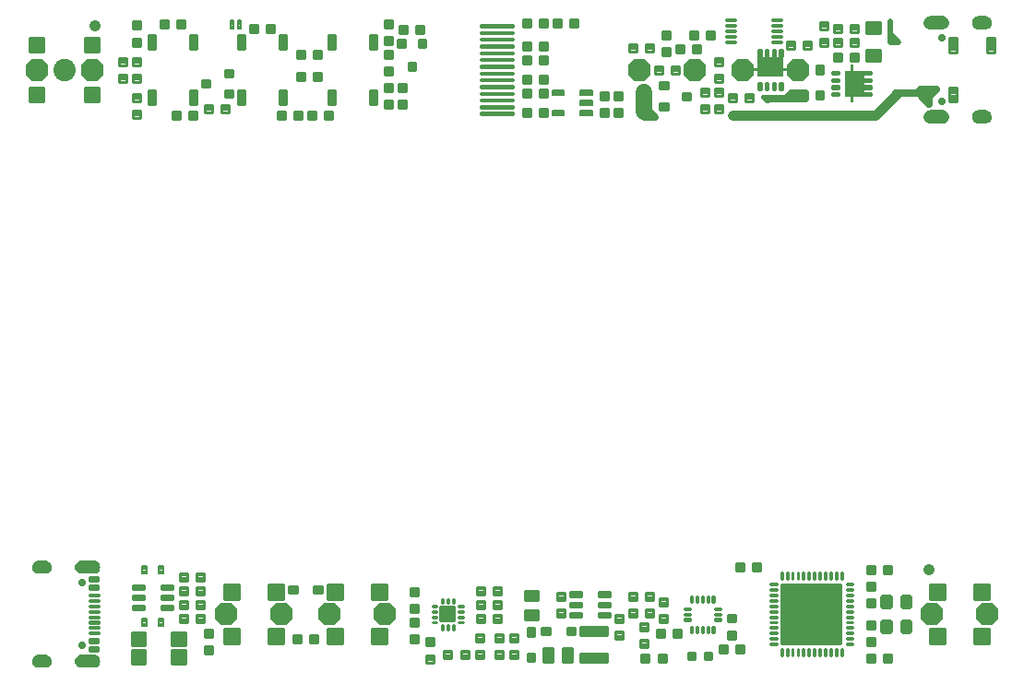
<source format=gbr>
G04 EAGLE Gerber RS-274X export*
G75*
%MOMM*%
%FSLAX34Y34*%
%LPD*%
%INSoldermask Top*%
%IPPOS*%
%AMOC8*
5,1,8,0,0,1.08239X$1,22.5*%
G01*
%ADD10C,1.524000*%
%ADD11C,0.914400*%
%ADD12C,0.635000*%
%ADD13C,0.660400*%
%ADD14C,0.558800*%
%ADD15C,0.508000*%
%ADD16C,0.711200*%
%ADD17C,0.406400*%
%ADD18C,0.272541*%
%ADD19C,0.598416*%
%ADD20C,0.277131*%
%ADD21C,0.339047*%
%ADD22C,0.345181*%
%ADD23C,0.234866*%
%ADD24C,0.421450*%
%ADD25C,0.700800*%
%ADD26C,0.414550*%
%ADD27C,0.309372*%
%ADD28C,0.246731*%
%ADD29C,0.340272*%
%ADD30C,0.406222*%
%ADD31C,0.201747*%
%ADD32C,0.445606*%
%ADD33P,2.246825X8X112.500000*%
%ADD34C,1.050800*%
%ADD35C,0.216575*%
%ADD36C,0.252447*%
%ADD37C,0.307338*%
%ADD38C,0.369822*%
%ADD39C,0.243838*%
%ADD40C,0.275731*%
%ADD41C,2.050800*%
%ADD42C,0.280559*%
%ADD43C,0.425194*%
%ADD44C,0.182878*%

G36*
X804448Y650319D02*
X804448Y650319D01*
X804450Y650318D01*
X804493Y650338D01*
X804537Y650356D01*
X804537Y650358D01*
X804539Y650359D01*
X804572Y650444D01*
X804572Y655424D01*
X815180Y655424D01*
X815182Y655425D01*
X815184Y655424D01*
X815227Y655444D01*
X815271Y655462D01*
X815271Y655464D01*
X815273Y655465D01*
X815306Y655550D01*
X815306Y679050D01*
X815305Y679052D01*
X815306Y679054D01*
X815286Y679097D01*
X815268Y679141D01*
X815266Y679141D01*
X815265Y679143D01*
X815180Y679176D01*
X804572Y679176D01*
X804572Y684318D01*
X804571Y684320D01*
X804572Y684322D01*
X804552Y684365D01*
X804534Y684409D01*
X804532Y684409D01*
X804531Y684411D01*
X804446Y684444D01*
X802414Y684444D01*
X802412Y684443D01*
X802410Y684444D01*
X802367Y684424D01*
X802323Y684406D01*
X802323Y684404D01*
X802321Y684403D01*
X802288Y684318D01*
X802288Y679176D01*
X797680Y679176D01*
X797678Y679175D01*
X797676Y679176D01*
X797633Y679156D01*
X797589Y679138D01*
X797589Y679136D01*
X797587Y679135D01*
X797554Y679050D01*
X797554Y655550D01*
X797555Y655548D01*
X797554Y655546D01*
X797574Y655503D01*
X797592Y655459D01*
X797594Y655459D01*
X797595Y655457D01*
X797680Y655424D01*
X802288Y655424D01*
X802288Y650444D01*
X802289Y650442D01*
X802288Y650440D01*
X802308Y650397D01*
X802326Y650353D01*
X802328Y650353D01*
X802329Y650351D01*
X802414Y650318D01*
X804446Y650318D01*
X804448Y650319D01*
G37*
G36*
X740506Y674125D02*
X740506Y674125D01*
X740508Y674124D01*
X740551Y674144D01*
X740595Y674162D01*
X740595Y674164D01*
X740597Y674165D01*
X740630Y674250D01*
X740630Y678858D01*
X745610Y678858D01*
X745612Y678859D01*
X745614Y678858D01*
X745657Y678878D01*
X745701Y678896D01*
X745701Y678898D01*
X745703Y678899D01*
X745736Y678984D01*
X745736Y681016D01*
X745735Y681018D01*
X745736Y681020D01*
X745716Y681063D01*
X745698Y681107D01*
X745696Y681107D01*
X745695Y681109D01*
X745610Y681142D01*
X740630Y681142D01*
X740630Y691750D01*
X740629Y691752D01*
X740630Y691754D01*
X740610Y691797D01*
X740592Y691841D01*
X740590Y691841D01*
X740589Y691843D01*
X740504Y691876D01*
X717004Y691876D01*
X717002Y691875D01*
X717000Y691876D01*
X716957Y691856D01*
X716913Y691838D01*
X716913Y691836D01*
X716911Y691835D01*
X716878Y691750D01*
X716878Y681142D01*
X711736Y681142D01*
X711734Y681141D01*
X711732Y681142D01*
X711689Y681122D01*
X711645Y681104D01*
X711645Y681102D01*
X711643Y681101D01*
X711610Y681016D01*
X711610Y678984D01*
X711611Y678982D01*
X711610Y678980D01*
X711630Y678937D01*
X711648Y678893D01*
X711650Y678893D01*
X711651Y678891D01*
X711736Y678858D01*
X716878Y678858D01*
X716878Y674250D01*
X716879Y674248D01*
X716878Y674246D01*
X716898Y674203D01*
X716916Y674159D01*
X716918Y674159D01*
X716919Y674157D01*
X717004Y674124D01*
X740504Y674124D01*
X740506Y674125D01*
G37*
G36*
X108084Y217154D02*
X108084Y217154D01*
X108087Y217151D01*
X109209Y217306D01*
X109214Y217311D01*
X109218Y217308D01*
X110289Y217679D01*
X110293Y217685D01*
X110298Y217683D01*
X111275Y218256D01*
X111278Y218262D01*
X111283Y218261D01*
X112130Y219014D01*
X112132Y219021D01*
X112137Y219021D01*
X112821Y219924D01*
X112821Y219931D01*
X112826Y219932D01*
X113321Y220951D01*
X113319Y220958D01*
X113324Y220960D01*
X113611Y222057D01*
X113609Y222061D01*
X113611Y222062D01*
X113609Y222064D01*
X113612Y222066D01*
X113679Y223197D01*
X113677Y223201D01*
X113679Y223203D01*
X113612Y224334D01*
X113607Y224339D01*
X113611Y224343D01*
X113324Y225440D01*
X113318Y225444D01*
X113321Y225449D01*
X112826Y226468D01*
X112820Y226471D01*
X112821Y226476D01*
X112137Y227379D01*
X112130Y227381D01*
X112130Y227386D01*
X111283Y228139D01*
X111276Y228139D01*
X111275Y228144D01*
X110298Y228717D01*
X110291Y228716D01*
X110289Y228721D01*
X109218Y229092D01*
X109212Y229089D01*
X109209Y229094D01*
X108087Y229249D01*
X108082Y229246D01*
X108080Y229249D01*
X96080Y229249D01*
X96075Y229246D01*
X96072Y229249D01*
X94805Y229044D01*
X94799Y229038D01*
X94795Y229041D01*
X93605Y228559D01*
X93601Y228552D01*
X93595Y228554D01*
X92542Y227820D01*
X92540Y227812D01*
X92534Y227813D01*
X91671Y226863D01*
X91670Y226854D01*
X91665Y226854D01*
X91035Y225735D01*
X91036Y225727D01*
X91030Y225725D01*
X90665Y224495D01*
X90668Y224487D01*
X90663Y224484D01*
X90581Y223203D01*
X90584Y223199D01*
X90581Y223197D01*
X90663Y221916D01*
X90669Y221910D01*
X90665Y221905D01*
X91030Y220675D01*
X91037Y220670D01*
X91035Y220665D01*
X91665Y219546D01*
X91672Y219543D01*
X91671Y219537D01*
X92534Y218587D01*
X92542Y218586D01*
X92542Y218580D01*
X93595Y217846D01*
X93603Y217846D01*
X93605Y217841D01*
X94795Y217359D01*
X94802Y217361D01*
X94805Y217356D01*
X96072Y217151D01*
X96077Y217154D01*
X96080Y217151D01*
X108080Y217151D01*
X108084Y217154D01*
G37*
G36*
X108084Y130754D02*
X108084Y130754D01*
X108087Y130751D01*
X109209Y130906D01*
X109214Y130911D01*
X109218Y130908D01*
X110289Y131279D01*
X110293Y131285D01*
X110298Y131283D01*
X111275Y131856D01*
X111278Y131862D01*
X111283Y131861D01*
X112130Y132614D01*
X112132Y132621D01*
X112137Y132621D01*
X112821Y133524D01*
X112821Y133531D01*
X112826Y133532D01*
X113321Y134551D01*
X113319Y134558D01*
X113324Y134560D01*
X113611Y135657D01*
X113609Y135661D01*
X113611Y135662D01*
X113609Y135664D01*
X113612Y135666D01*
X113679Y136797D01*
X113677Y136801D01*
X113679Y136803D01*
X113612Y137934D01*
X113607Y137939D01*
X113611Y137943D01*
X113324Y139040D01*
X113318Y139044D01*
X113321Y139049D01*
X112826Y140068D01*
X112820Y140071D01*
X112821Y140076D01*
X112137Y140979D01*
X112130Y140981D01*
X112130Y140986D01*
X111283Y141739D01*
X111276Y141739D01*
X111275Y141744D01*
X110298Y142317D01*
X110291Y142316D01*
X110289Y142321D01*
X109218Y142692D01*
X109212Y142689D01*
X109209Y142694D01*
X108087Y142849D01*
X108082Y142846D01*
X108080Y142849D01*
X96080Y142849D01*
X96075Y142846D01*
X96072Y142849D01*
X94805Y142644D01*
X94799Y142638D01*
X94795Y142641D01*
X93605Y142159D01*
X93601Y142152D01*
X93595Y142154D01*
X92542Y141420D01*
X92540Y141412D01*
X92534Y141413D01*
X91671Y140463D01*
X91670Y140454D01*
X91665Y140454D01*
X91035Y139335D01*
X91036Y139327D01*
X91030Y139325D01*
X90665Y138095D01*
X90668Y138087D01*
X90663Y138084D01*
X90581Y136803D01*
X90584Y136799D01*
X90581Y136797D01*
X90663Y135516D01*
X90669Y135510D01*
X90665Y135505D01*
X91030Y134275D01*
X91037Y134270D01*
X91035Y134265D01*
X91665Y133146D01*
X91672Y133143D01*
X91671Y133137D01*
X92534Y132187D01*
X92542Y132186D01*
X92542Y132180D01*
X93595Y131446D01*
X93603Y131446D01*
X93605Y131441D01*
X94795Y130959D01*
X94802Y130961D01*
X94805Y130956D01*
X96072Y130751D01*
X96077Y130754D01*
X96080Y130751D01*
X108080Y130751D01*
X108084Y130754D01*
G37*
G36*
X887215Y717154D02*
X887215Y717154D01*
X887218Y717151D01*
X888485Y717356D01*
X888491Y717362D01*
X888496Y717359D01*
X889685Y717841D01*
X889689Y717848D01*
X889695Y717846D01*
X890748Y718580D01*
X890750Y718588D01*
X890756Y718587D01*
X891619Y719537D01*
X891620Y719546D01*
X891625Y719546D01*
X892255Y720665D01*
X892254Y720673D01*
X892260Y720675D01*
X892625Y721905D01*
X892622Y721912D01*
X892626Y721915D01*
X892625Y721915D01*
X892627Y721916D01*
X892709Y723197D01*
X892707Y723201D01*
X892709Y723203D01*
X892627Y724484D01*
X892621Y724490D01*
X892625Y724495D01*
X892260Y725725D01*
X892253Y725730D01*
X892255Y725735D01*
X891625Y726854D01*
X891618Y726857D01*
X891619Y726863D01*
X890756Y727813D01*
X890748Y727814D01*
X890748Y727820D01*
X889695Y728554D01*
X889687Y728554D01*
X889685Y728559D01*
X888496Y729041D01*
X888488Y729039D01*
X888485Y729044D01*
X887218Y729249D01*
X887213Y729246D01*
X887210Y729249D01*
X875210Y729249D01*
X875206Y729246D01*
X875203Y729249D01*
X874081Y729094D01*
X874076Y729089D01*
X874072Y729092D01*
X873001Y728721D01*
X872997Y728715D01*
X872992Y728717D01*
X872015Y728144D01*
X872012Y728138D01*
X872007Y728139D01*
X871160Y727386D01*
X871158Y727379D01*
X871153Y727379D01*
X870469Y726476D01*
X870469Y726469D01*
X870464Y726468D01*
X869969Y725449D01*
X869971Y725442D01*
X869969Y725441D01*
X869966Y725440D01*
X869679Y724343D01*
X869682Y724337D01*
X869678Y724334D01*
X869611Y723203D01*
X869613Y723199D01*
X869611Y723197D01*
X869678Y722066D01*
X869683Y722061D01*
X869679Y722057D01*
X869966Y720960D01*
X869972Y720956D01*
X869969Y720951D01*
X870464Y719932D01*
X870470Y719929D01*
X870469Y719924D01*
X871153Y719021D01*
X871160Y719019D01*
X871160Y719014D01*
X872007Y718261D01*
X872014Y718261D01*
X872015Y718256D01*
X872992Y717683D01*
X872999Y717684D01*
X873001Y717679D01*
X874072Y717308D01*
X874078Y717311D01*
X874081Y717306D01*
X875203Y717151D01*
X875208Y717154D01*
X875210Y717151D01*
X887210Y717151D01*
X887215Y717154D01*
G37*
G36*
X887215Y630754D02*
X887215Y630754D01*
X887218Y630751D01*
X888485Y630956D01*
X888491Y630962D01*
X888496Y630959D01*
X889685Y631441D01*
X889689Y631448D01*
X889695Y631446D01*
X890748Y632180D01*
X890750Y632188D01*
X890756Y632187D01*
X891619Y633137D01*
X891620Y633146D01*
X891625Y633146D01*
X892255Y634265D01*
X892254Y634273D01*
X892260Y634275D01*
X892625Y635505D01*
X892622Y635512D01*
X892626Y635515D01*
X892625Y635515D01*
X892627Y635516D01*
X892709Y636797D01*
X892707Y636801D01*
X892709Y636803D01*
X892627Y638084D01*
X892621Y638090D01*
X892625Y638095D01*
X892260Y639325D01*
X892253Y639330D01*
X892255Y639335D01*
X891625Y640454D01*
X891618Y640457D01*
X891619Y640463D01*
X890756Y641413D01*
X890748Y641414D01*
X890748Y641420D01*
X889695Y642154D01*
X889687Y642154D01*
X889685Y642159D01*
X888496Y642641D01*
X888488Y642639D01*
X888485Y642644D01*
X887218Y642849D01*
X887213Y642846D01*
X887210Y642849D01*
X875210Y642849D01*
X875206Y642846D01*
X875203Y642849D01*
X874081Y642694D01*
X874076Y642689D01*
X874072Y642692D01*
X873001Y642321D01*
X872997Y642315D01*
X872992Y642317D01*
X872015Y641744D01*
X872012Y641738D01*
X872007Y641739D01*
X871160Y640986D01*
X871158Y640979D01*
X871153Y640979D01*
X870469Y640076D01*
X870469Y640069D01*
X870464Y640068D01*
X869969Y639049D01*
X869971Y639042D01*
X869969Y639041D01*
X869966Y639040D01*
X869679Y637943D01*
X869682Y637937D01*
X869678Y637934D01*
X869611Y636803D01*
X869613Y636799D01*
X869611Y636797D01*
X869678Y635666D01*
X869683Y635661D01*
X869679Y635657D01*
X869966Y634560D01*
X869972Y634556D01*
X869969Y634551D01*
X870464Y633532D01*
X870470Y633529D01*
X870469Y633524D01*
X871153Y632621D01*
X871160Y632619D01*
X871160Y632614D01*
X872007Y631861D01*
X872014Y631861D01*
X872015Y631856D01*
X872992Y631283D01*
X872999Y631284D01*
X873001Y631279D01*
X874072Y630908D01*
X874078Y630911D01*
X874081Y630906D01*
X875203Y630751D01*
X875208Y630754D01*
X875210Y630751D01*
X887210Y630751D01*
X887215Y630754D01*
G37*
G36*
X926013Y717153D02*
X926013Y717153D01*
X926015Y717151D01*
X927180Y717271D01*
X927186Y717276D01*
X927190Y717273D01*
X928309Y717617D01*
X928313Y717623D01*
X928318Y717621D01*
X929349Y718178D01*
X929352Y718184D01*
X929357Y718183D01*
X930259Y718930D01*
X930261Y718937D01*
X930266Y718937D01*
X931005Y719845D01*
X931005Y719852D01*
X931010Y719853D01*
X931558Y720889D01*
X931557Y720896D01*
X931562Y720897D01*
X931897Y722020D01*
X931895Y722027D01*
X931899Y722029D01*
X932009Y723195D01*
X932005Y723202D01*
X932009Y723205D01*
X931865Y724536D01*
X931859Y724541D01*
X931862Y724546D01*
X931426Y725811D01*
X931419Y725816D01*
X931421Y725821D01*
X930714Y726957D01*
X930706Y726960D01*
X930707Y726966D01*
X929765Y727916D01*
X929757Y727917D01*
X929756Y727922D01*
X928626Y728639D01*
X928618Y728638D01*
X928616Y728644D01*
X927355Y729091D01*
X927348Y729089D01*
X927345Y729094D01*
X926016Y729249D01*
X926012Y729247D01*
X926010Y729249D01*
X920010Y729249D01*
X920007Y729247D01*
X920005Y729249D01*
X918663Y729103D01*
X918657Y729098D01*
X918653Y729101D01*
X917377Y728661D01*
X917373Y728654D01*
X917367Y728656D01*
X916222Y727943D01*
X916219Y727935D01*
X916213Y727936D01*
X915255Y726986D01*
X915254Y726978D01*
X915248Y726977D01*
X914526Y725838D01*
X914526Y725833D01*
X914525Y725832D01*
X914526Y725830D01*
X914521Y725828D01*
X914070Y724557D01*
X914071Y724553D01*
X914069Y724552D01*
X914072Y724548D01*
X914068Y724546D01*
X913911Y723206D01*
X913915Y723199D01*
X913911Y723195D01*
X914032Y722020D01*
X914037Y722015D01*
X914034Y722011D01*
X914381Y720882D01*
X914387Y720878D01*
X914385Y720873D01*
X914946Y719834D01*
X914953Y719831D01*
X914951Y719826D01*
X915704Y718916D01*
X915711Y718914D01*
X915711Y718909D01*
X916627Y718163D01*
X916635Y718163D01*
X916635Y718158D01*
X917679Y717606D01*
X917687Y717607D01*
X917688Y717602D01*
X918820Y717264D01*
X918827Y717266D01*
X918829Y717262D01*
X920005Y717151D01*
X920008Y717153D01*
X920010Y717151D01*
X926010Y717151D01*
X926013Y717153D01*
G37*
G36*
X926013Y630753D02*
X926013Y630753D01*
X926015Y630751D01*
X927180Y630871D01*
X927186Y630876D01*
X927190Y630873D01*
X928309Y631217D01*
X928313Y631223D01*
X928318Y631221D01*
X929349Y631778D01*
X929352Y631784D01*
X929357Y631783D01*
X930259Y632530D01*
X930261Y632537D01*
X930266Y632537D01*
X931005Y633445D01*
X931005Y633452D01*
X931010Y633453D01*
X931558Y634489D01*
X931557Y634496D01*
X931562Y634497D01*
X931897Y635620D01*
X931895Y635627D01*
X931899Y635629D01*
X932009Y636795D01*
X932005Y636802D01*
X932009Y636805D01*
X931865Y638136D01*
X931859Y638141D01*
X931862Y638146D01*
X931426Y639411D01*
X931419Y639416D01*
X931421Y639421D01*
X930714Y640557D01*
X930706Y640560D01*
X930707Y640566D01*
X929765Y641516D01*
X929757Y641517D01*
X929756Y641522D01*
X928626Y642239D01*
X928618Y642238D01*
X928616Y642244D01*
X927355Y642691D01*
X927348Y642689D01*
X927345Y642694D01*
X926016Y642849D01*
X926012Y642847D01*
X926010Y642849D01*
X920010Y642849D01*
X920007Y642847D01*
X920005Y642849D01*
X918663Y642703D01*
X918657Y642698D01*
X918653Y642701D01*
X917377Y642261D01*
X917373Y642254D01*
X917367Y642256D01*
X916222Y641543D01*
X916219Y641535D01*
X916213Y641536D01*
X915255Y640586D01*
X915254Y640578D01*
X915248Y640577D01*
X914526Y639438D01*
X914526Y639433D01*
X914525Y639432D01*
X914526Y639430D01*
X914521Y639428D01*
X914070Y638157D01*
X914071Y638153D01*
X914069Y638152D01*
X914072Y638148D01*
X914068Y638146D01*
X913911Y636806D01*
X913915Y636799D01*
X913911Y636795D01*
X914032Y635620D01*
X914037Y635615D01*
X914034Y635611D01*
X914381Y634482D01*
X914387Y634478D01*
X914385Y634473D01*
X914946Y633434D01*
X914953Y633431D01*
X914951Y633426D01*
X915704Y632516D01*
X915711Y632514D01*
X915711Y632509D01*
X916627Y631763D01*
X916635Y631763D01*
X916635Y631758D01*
X917679Y631206D01*
X917687Y631207D01*
X917688Y631202D01*
X918820Y630864D01*
X918827Y630866D01*
X918829Y630862D01*
X920005Y630751D01*
X920008Y630753D01*
X920010Y630751D01*
X926010Y630751D01*
X926013Y630753D01*
G37*
G36*
X63283Y217153D02*
X63283Y217153D01*
X63285Y217151D01*
X64461Y217262D01*
X64466Y217267D01*
X64470Y217264D01*
X65602Y217602D01*
X65606Y217608D01*
X65611Y217606D01*
X66655Y218158D01*
X66658Y218165D01*
X66663Y218163D01*
X67579Y218909D01*
X67580Y218916D01*
X67586Y218916D01*
X68339Y219826D01*
X68339Y219833D01*
X68344Y219834D01*
X68905Y220873D01*
X68904Y220878D01*
X68908Y220880D01*
X68907Y220881D01*
X68909Y220882D01*
X69256Y222011D01*
X69256Y222012D01*
X69257Y222013D01*
X69254Y222017D01*
X69258Y222020D01*
X69379Y223195D01*
X69375Y223202D01*
X69379Y223206D01*
X69222Y224546D01*
X69217Y224552D01*
X69220Y224557D01*
X68769Y225828D01*
X68762Y225833D01*
X68764Y225838D01*
X68042Y226977D01*
X68034Y226980D01*
X68035Y226986D01*
X67077Y227936D01*
X67069Y227937D01*
X67068Y227943D01*
X65923Y228656D01*
X65915Y228655D01*
X65913Y228661D01*
X64637Y229101D01*
X64630Y229099D01*
X64627Y229103D01*
X63285Y229249D01*
X63282Y229247D01*
X63280Y229249D01*
X57280Y229249D01*
X57277Y229247D01*
X57274Y229249D01*
X55945Y229094D01*
X55939Y229088D01*
X55935Y229091D01*
X54674Y228644D01*
X54669Y228637D01*
X54664Y228639D01*
X53534Y227922D01*
X53531Y227915D01*
X53525Y227916D01*
X52583Y226966D01*
X52582Y226957D01*
X52576Y226957D01*
X51869Y225821D01*
X51870Y225813D01*
X51864Y225811D01*
X51428Y224546D01*
X51430Y224538D01*
X51425Y224536D01*
X51281Y223205D01*
X51285Y223199D01*
X51281Y223195D01*
X51391Y222029D01*
X51396Y222024D01*
X51393Y222020D01*
X51728Y220897D01*
X51734Y220893D01*
X51732Y220889D01*
X52280Y219853D01*
X52286Y219850D01*
X52285Y219845D01*
X53024Y218937D01*
X53031Y218935D01*
X53031Y218930D01*
X53933Y218183D01*
X53941Y218183D01*
X53941Y218178D01*
X54972Y217621D01*
X54979Y217622D01*
X54981Y217617D01*
X56100Y217273D01*
X56107Y217275D01*
X56110Y217271D01*
X57275Y217151D01*
X57278Y217153D01*
X57280Y217151D01*
X63280Y217151D01*
X63283Y217153D01*
G37*
G36*
X63283Y130753D02*
X63283Y130753D01*
X63285Y130751D01*
X64461Y130862D01*
X64466Y130867D01*
X64470Y130864D01*
X65602Y131202D01*
X65606Y131208D01*
X65611Y131206D01*
X66655Y131758D01*
X66658Y131765D01*
X66663Y131763D01*
X67579Y132509D01*
X67580Y132516D01*
X67586Y132516D01*
X68339Y133426D01*
X68339Y133433D01*
X68344Y133434D01*
X68905Y134473D01*
X68904Y134478D01*
X68908Y134480D01*
X68907Y134481D01*
X68909Y134482D01*
X69256Y135611D01*
X69256Y135612D01*
X69257Y135613D01*
X69254Y135617D01*
X69258Y135620D01*
X69379Y136795D01*
X69375Y136802D01*
X69379Y136806D01*
X69222Y138146D01*
X69217Y138152D01*
X69220Y138157D01*
X68769Y139428D01*
X68762Y139433D01*
X68764Y139438D01*
X68042Y140577D01*
X68034Y140580D01*
X68035Y140586D01*
X67077Y141536D01*
X67069Y141537D01*
X67068Y141543D01*
X65923Y142256D01*
X65915Y142255D01*
X65913Y142261D01*
X64637Y142701D01*
X64630Y142699D01*
X64627Y142703D01*
X63285Y142849D01*
X63282Y142847D01*
X63280Y142849D01*
X57280Y142849D01*
X57277Y142847D01*
X57274Y142849D01*
X55945Y142694D01*
X55939Y142688D01*
X55935Y142691D01*
X54674Y142244D01*
X54669Y142237D01*
X54664Y142239D01*
X53534Y141522D01*
X53531Y141515D01*
X53525Y141516D01*
X52583Y140566D01*
X52582Y140557D01*
X52576Y140557D01*
X51869Y139421D01*
X51870Y139413D01*
X51864Y139411D01*
X51428Y138146D01*
X51430Y138138D01*
X51425Y138136D01*
X51281Y136805D01*
X51285Y136799D01*
X51281Y136795D01*
X51391Y135629D01*
X51396Y135624D01*
X51393Y135620D01*
X51728Y134497D01*
X51734Y134493D01*
X51732Y134489D01*
X52280Y133453D01*
X52286Y133450D01*
X52285Y133445D01*
X53024Y132537D01*
X53031Y132535D01*
X53031Y132530D01*
X53933Y131783D01*
X53941Y131783D01*
X53941Y131778D01*
X54972Y131221D01*
X54979Y131222D01*
X54981Y131217D01*
X56100Y130873D01*
X56107Y130875D01*
X56110Y130871D01*
X57275Y130751D01*
X57278Y130753D01*
X57280Y130751D01*
X63280Y130751D01*
X63283Y130753D01*
G37*
D10*
X612930Y659680D02*
X612930Y641900D01*
D11*
X694210Y638090D02*
X825020Y638090D01*
X844070Y657140D01*
D12*
X866930Y662220D02*
X880900Y662220D01*
X874550Y648250D02*
X864390Y659680D01*
X874550Y657140D02*
X874550Y648250D01*
X874550Y657140D02*
X875820Y657140D01*
X880900Y662220D01*
X866930Y662220D02*
X864390Y659680D01*
D13*
X874550Y658410D02*
X847880Y658410D01*
X844070Y658410D01*
D14*
X844070Y654600D02*
X847880Y658410D01*
X623090Y636820D02*
X612930Y636820D01*
X616740Y643170D02*
X623090Y636820D01*
D15*
X838736Y713020D02*
X838736Y724196D01*
X838736Y713020D02*
X838736Y705400D01*
X846356Y705400D01*
X838736Y713020D01*
D16*
X742978Y653584D02*
X726214Y653584D01*
X742978Y653584D02*
X748058Y658664D01*
X761266Y658664D01*
X761266Y653584D01*
X742978Y653584D01*
D17*
X728754Y655108D02*
X722150Y655108D01*
X725198Y652060D01*
X726214Y652060D01*
D18*
X209543Y165557D02*
X209543Y158883D01*
X209543Y165557D02*
X216217Y165557D01*
X216217Y158883D01*
X209543Y158883D01*
X209543Y161472D02*
X216217Y161472D01*
X216217Y164061D02*
X209543Y164061D01*
X209543Y150317D02*
X209543Y143643D01*
X209543Y150317D02*
X216217Y150317D01*
X216217Y143643D01*
X209543Y143643D01*
X209543Y146232D02*
X216217Y146232D01*
X216217Y148821D02*
X209543Y148821D01*
X817873Y202063D02*
X817873Y208737D01*
X824547Y208737D01*
X824547Y202063D01*
X817873Y202063D01*
X817873Y204652D02*
X824547Y204652D01*
X824547Y207241D02*
X817873Y207241D01*
X817873Y193497D02*
X817873Y186823D01*
X817873Y193497D02*
X824547Y193497D01*
X824547Y186823D01*
X817873Y186823D01*
X817873Y189412D02*
X824547Y189412D01*
X824547Y192001D02*
X817873Y192001D01*
D19*
X850308Y195262D02*
X850308Y187738D01*
X850308Y195262D02*
X855832Y195262D01*
X855832Y187738D01*
X850308Y187738D01*
X850308Y193423D02*
X855832Y193423D01*
X832308Y172262D02*
X832308Y164738D01*
X832308Y172262D02*
X837832Y172262D01*
X837832Y164738D01*
X832308Y164738D01*
X832308Y170423D02*
X837832Y170423D01*
X850308Y172262D02*
X850308Y164738D01*
X850308Y172262D02*
X855832Y172262D01*
X855832Y164738D01*
X850308Y164738D01*
X850308Y170423D02*
X855832Y170423D01*
X832308Y187738D02*
X832308Y195262D01*
X837832Y195262D01*
X837832Y187738D01*
X832308Y187738D01*
X832308Y193423D02*
X837832Y193423D01*
D18*
X824547Y157937D02*
X824547Y151263D01*
X817873Y151263D01*
X817873Y157937D01*
X824547Y157937D01*
X824547Y153852D02*
X817873Y153852D01*
X817873Y156441D02*
X824547Y156441D01*
X824547Y166503D02*
X824547Y173177D01*
X824547Y166503D02*
X817873Y166503D01*
X817873Y173177D01*
X824547Y173177D01*
X824547Y169092D02*
X817873Y169092D01*
X817873Y171681D02*
X824547Y171681D01*
X193357Y185553D02*
X186683Y185553D01*
X186683Y192227D01*
X193357Y192227D01*
X193357Y185553D01*
X193357Y188142D02*
X186683Y188142D01*
X186683Y190731D02*
X193357Y190731D01*
X201923Y185553D02*
X208597Y185553D01*
X201923Y185553D02*
X201923Y192227D01*
X208597Y192227D01*
X208597Y185553D01*
X208597Y188142D02*
X201923Y188142D01*
X201923Y190731D02*
X208597Y190731D01*
X193357Y198253D02*
X186683Y198253D01*
X186683Y204927D01*
X193357Y204927D01*
X193357Y198253D01*
X193357Y200842D02*
X186683Y200842D01*
X186683Y203431D02*
X193357Y203431D01*
X201923Y198253D02*
X208597Y198253D01*
X201923Y198253D02*
X201923Y204927D01*
X208597Y204927D01*
X208597Y198253D01*
X208597Y200842D02*
X201923Y200842D01*
X201923Y203431D02*
X208597Y203431D01*
X833113Y223977D02*
X839787Y223977D01*
X839787Y217303D01*
X833113Y217303D01*
X833113Y223977D01*
X833113Y219892D02*
X839787Y219892D01*
X839787Y222481D02*
X833113Y222481D01*
X824547Y223977D02*
X817873Y223977D01*
X824547Y223977D02*
X824547Y217303D01*
X817873Y217303D01*
X817873Y223977D01*
X817873Y219892D02*
X824547Y219892D01*
X824547Y222481D02*
X817873Y222481D01*
X688657Y144659D02*
X681983Y144659D01*
X681983Y151333D01*
X688657Y151333D01*
X688657Y144659D01*
X688657Y147248D02*
X681983Y147248D01*
X681983Y149837D02*
X688657Y149837D01*
X697223Y144659D02*
X703897Y144659D01*
X697223Y144659D02*
X697223Y151333D01*
X703897Y151333D01*
X703897Y144659D01*
X703897Y147248D02*
X697223Y147248D01*
X697223Y149837D02*
X703897Y149837D01*
X817873Y136023D02*
X824547Y136023D01*
X817873Y136023D02*
X817873Y142697D01*
X824547Y142697D01*
X824547Y136023D01*
X824547Y138612D02*
X817873Y138612D01*
X817873Y141201D02*
X824547Y141201D01*
X833113Y136023D02*
X839787Y136023D01*
X833113Y136023D02*
X833113Y142697D01*
X839787Y142697D01*
X839787Y136023D01*
X839787Y138612D02*
X833113Y138612D01*
X833113Y141201D02*
X839787Y141201D01*
D20*
X739469Y142131D02*
X739469Y147869D01*
X739469Y142131D02*
X738731Y142131D01*
X738731Y147869D01*
X739469Y147869D01*
X739469Y144763D02*
X738731Y144763D01*
X738731Y147395D02*
X739469Y147395D01*
X744469Y147869D02*
X744469Y142131D01*
X743731Y142131D01*
X743731Y147869D01*
X744469Y147869D01*
X744469Y144763D02*
X743731Y144763D01*
X743731Y147395D02*
X744469Y147395D01*
X749469Y147869D02*
X749469Y142131D01*
X748731Y142131D01*
X748731Y147869D01*
X749469Y147869D01*
X749469Y144763D02*
X748731Y144763D01*
X748731Y147395D02*
X749469Y147395D01*
X754469Y147869D02*
X754469Y142131D01*
X753731Y142131D01*
X753731Y147869D01*
X754469Y147869D01*
X754469Y144763D02*
X753731Y144763D01*
X753731Y147395D02*
X754469Y147395D01*
X759469Y147869D02*
X759469Y142131D01*
X758731Y142131D01*
X758731Y147869D01*
X759469Y147869D01*
X759469Y144763D02*
X758731Y144763D01*
X758731Y147395D02*
X759469Y147395D01*
X764469Y147869D02*
X764469Y142131D01*
X763731Y142131D01*
X763731Y147869D01*
X764469Y147869D01*
X764469Y144763D02*
X763731Y144763D01*
X763731Y147395D02*
X764469Y147395D01*
X769469Y147869D02*
X769469Y142131D01*
X768731Y142131D01*
X768731Y147869D01*
X769469Y147869D01*
X769469Y144763D02*
X768731Y144763D01*
X768731Y147395D02*
X769469Y147395D01*
X774469Y147869D02*
X774469Y142131D01*
X773731Y142131D01*
X773731Y147869D01*
X774469Y147869D01*
X774469Y144763D02*
X773731Y144763D01*
X773731Y147395D02*
X774469Y147395D01*
X779469Y147869D02*
X779469Y142131D01*
X778731Y142131D01*
X778731Y147869D01*
X779469Y147869D01*
X779469Y144763D02*
X778731Y144763D01*
X778731Y147395D02*
X779469Y147395D01*
X784469Y147869D02*
X784469Y142131D01*
X783731Y142131D01*
X783731Y147869D01*
X784469Y147869D01*
X784469Y144763D02*
X783731Y144763D01*
X783731Y147395D02*
X784469Y147395D01*
X789469Y147869D02*
X789469Y142131D01*
X788731Y142131D01*
X788731Y147869D01*
X789469Y147869D01*
X789469Y144763D02*
X788731Y144763D01*
X788731Y147395D02*
X789469Y147395D01*
X794469Y147869D02*
X794469Y142131D01*
X793731Y142131D01*
X793731Y147869D01*
X794469Y147869D01*
X794469Y144763D02*
X793731Y144763D01*
X793731Y147395D02*
X794469Y147395D01*
D21*
X793159Y206559D02*
X740041Y206559D01*
X793159Y206559D02*
X793159Y153441D01*
X740041Y153441D01*
X740041Y206559D01*
X740041Y156661D02*
X793159Y156661D01*
X793159Y159881D02*
X740041Y159881D01*
X740041Y163101D02*
X793159Y163101D01*
X793159Y166321D02*
X740041Y166321D01*
X740041Y169541D02*
X793159Y169541D01*
X793159Y172761D02*
X740041Y172761D01*
X740041Y175981D02*
X793159Y175981D01*
X793159Y179201D02*
X740041Y179201D01*
X740041Y182421D02*
X793159Y182421D01*
X793159Y185641D02*
X740041Y185641D01*
X740041Y188861D02*
X793159Y188861D01*
X793159Y192081D02*
X740041Y192081D01*
X740041Y195301D02*
X793159Y195301D01*
X793159Y198521D02*
X740041Y198521D01*
X740041Y201741D02*
X793159Y201741D01*
X793159Y204961D02*
X740041Y204961D01*
D20*
X798731Y152869D02*
X804469Y152869D01*
X804469Y152131D01*
X798731Y152131D01*
X798731Y152869D01*
X798731Y157869D02*
X804469Y157869D01*
X804469Y157131D01*
X798731Y157131D01*
X798731Y157869D01*
X798731Y162869D02*
X804469Y162869D01*
X804469Y162131D01*
X798731Y162131D01*
X798731Y162869D01*
X798731Y167869D02*
X804469Y167869D01*
X804469Y167131D01*
X798731Y167131D01*
X798731Y167869D01*
X798731Y172869D02*
X804469Y172869D01*
X804469Y172131D01*
X798731Y172131D01*
X798731Y172869D01*
X798731Y177869D02*
X804469Y177869D01*
X804469Y177131D01*
X798731Y177131D01*
X798731Y177869D01*
X798731Y182869D02*
X804469Y182869D01*
X804469Y182131D01*
X798731Y182131D01*
X798731Y182869D01*
X798731Y187869D02*
X804469Y187869D01*
X804469Y187131D01*
X798731Y187131D01*
X798731Y187869D01*
X798731Y192869D02*
X804469Y192869D01*
X804469Y192131D01*
X798731Y192131D01*
X798731Y192869D01*
X798731Y197869D02*
X804469Y197869D01*
X804469Y197131D01*
X798731Y197131D01*
X798731Y197869D01*
X798731Y202869D02*
X804469Y202869D01*
X804469Y202131D01*
X798731Y202131D01*
X798731Y202869D01*
X798731Y207869D02*
X804469Y207869D01*
X804469Y207131D01*
X798731Y207131D01*
X798731Y207869D01*
X793731Y212131D02*
X793731Y217869D01*
X794469Y217869D01*
X794469Y212131D01*
X793731Y212131D01*
X793731Y214763D02*
X794469Y214763D01*
X794469Y217395D02*
X793731Y217395D01*
X788731Y217869D02*
X788731Y212131D01*
X788731Y217869D02*
X789469Y217869D01*
X789469Y212131D01*
X788731Y212131D01*
X788731Y214763D02*
X789469Y214763D01*
X789469Y217395D02*
X788731Y217395D01*
X783731Y217869D02*
X783731Y212131D01*
X783731Y217869D02*
X784469Y217869D01*
X784469Y212131D01*
X783731Y212131D01*
X783731Y214763D02*
X784469Y214763D01*
X784469Y217395D02*
X783731Y217395D01*
X778731Y217869D02*
X778731Y212131D01*
X778731Y217869D02*
X779469Y217869D01*
X779469Y212131D01*
X778731Y212131D01*
X778731Y214763D02*
X779469Y214763D01*
X779469Y217395D02*
X778731Y217395D01*
X773731Y217869D02*
X773731Y212131D01*
X773731Y217869D02*
X774469Y217869D01*
X774469Y212131D01*
X773731Y212131D01*
X773731Y214763D02*
X774469Y214763D01*
X774469Y217395D02*
X773731Y217395D01*
X768731Y217869D02*
X768731Y212131D01*
X768731Y217869D02*
X769469Y217869D01*
X769469Y212131D01*
X768731Y212131D01*
X768731Y214763D02*
X769469Y214763D01*
X769469Y217395D02*
X768731Y217395D01*
X763731Y217869D02*
X763731Y212131D01*
X763731Y217869D02*
X764469Y217869D01*
X764469Y212131D01*
X763731Y212131D01*
X763731Y214763D02*
X764469Y214763D01*
X764469Y217395D02*
X763731Y217395D01*
X758731Y217869D02*
X758731Y212131D01*
X758731Y217869D02*
X759469Y217869D01*
X759469Y212131D01*
X758731Y212131D01*
X758731Y214763D02*
X759469Y214763D01*
X759469Y217395D02*
X758731Y217395D01*
X753731Y217869D02*
X753731Y212131D01*
X753731Y217869D02*
X754469Y217869D01*
X754469Y212131D01*
X753731Y212131D01*
X753731Y214763D02*
X754469Y214763D01*
X754469Y217395D02*
X753731Y217395D01*
X748731Y217869D02*
X748731Y212131D01*
X748731Y217869D02*
X749469Y217869D01*
X749469Y212131D01*
X748731Y212131D01*
X748731Y214763D02*
X749469Y214763D01*
X749469Y217395D02*
X748731Y217395D01*
X743731Y217869D02*
X743731Y212131D01*
X743731Y217869D02*
X744469Y217869D01*
X744469Y212131D01*
X743731Y212131D01*
X743731Y214763D02*
X744469Y214763D01*
X744469Y217395D02*
X743731Y217395D01*
X738731Y217869D02*
X738731Y212131D01*
X738731Y217869D02*
X739469Y217869D01*
X739469Y212131D01*
X738731Y212131D01*
X738731Y214763D02*
X739469Y214763D01*
X739469Y217395D02*
X738731Y217395D01*
X734469Y207131D02*
X728731Y207131D01*
X728731Y207869D01*
X734469Y207869D01*
X734469Y207131D01*
X734469Y202131D02*
X728731Y202131D01*
X728731Y202869D01*
X734469Y202869D01*
X734469Y202131D01*
X734469Y197131D02*
X728731Y197131D01*
X728731Y197869D01*
X734469Y197869D01*
X734469Y197131D01*
X734469Y192131D02*
X728731Y192131D01*
X728731Y192869D01*
X734469Y192869D01*
X734469Y192131D01*
X734469Y187131D02*
X728731Y187131D01*
X728731Y187869D01*
X734469Y187869D01*
X734469Y187131D01*
X734469Y182131D02*
X728731Y182131D01*
X728731Y182869D01*
X734469Y182869D01*
X734469Y182131D01*
X734469Y177131D02*
X728731Y177131D01*
X728731Y177869D01*
X734469Y177869D01*
X734469Y177131D01*
X734469Y172131D02*
X728731Y172131D01*
X728731Y172869D01*
X734469Y172869D01*
X734469Y172131D01*
X734469Y167131D02*
X728731Y167131D01*
X728731Y167869D01*
X734469Y167869D01*
X734469Y167131D01*
X734469Y162131D02*
X728731Y162131D01*
X728731Y162869D01*
X734469Y162869D01*
X734469Y162131D01*
X734469Y157131D02*
X728731Y157131D01*
X728731Y157869D01*
X734469Y157869D01*
X734469Y157131D01*
X734469Y152131D02*
X728731Y152131D01*
X728731Y152869D01*
X734469Y152869D01*
X734469Y152131D01*
X427959Y166081D02*
X427959Y169619D01*
X427959Y166081D02*
X427221Y166081D01*
X427221Y169619D01*
X427959Y169619D01*
X427959Y168713D02*
X427221Y168713D01*
X432959Y169619D02*
X432959Y166081D01*
X432221Y166081D01*
X432221Y169619D01*
X432959Y169619D01*
X432959Y168713D02*
X432221Y168713D01*
X437959Y169619D02*
X437959Y166081D01*
X437221Y166081D01*
X437221Y169619D01*
X437959Y169619D01*
X437959Y168713D02*
X437221Y168713D01*
X442971Y172869D02*
X446509Y172869D01*
X446509Y172131D01*
X442971Y172131D01*
X442971Y172869D01*
X442971Y177869D02*
X446509Y177869D01*
X446509Y177131D01*
X442971Y177131D01*
X442971Y177869D01*
X442971Y182869D02*
X446509Y182869D01*
X446509Y182131D01*
X442971Y182131D01*
X442971Y182869D01*
X442971Y187869D02*
X446509Y187869D01*
X446509Y187131D01*
X442971Y187131D01*
X442971Y187869D01*
X437221Y190381D02*
X437221Y193919D01*
X437959Y193919D01*
X437959Y190381D01*
X437221Y190381D01*
X437221Y193013D02*
X437959Y193013D01*
X432221Y193919D02*
X432221Y190381D01*
X432221Y193919D02*
X432959Y193919D01*
X432959Y190381D01*
X432221Y190381D01*
X432221Y193013D02*
X432959Y193013D01*
X427221Y193919D02*
X427221Y190381D01*
X427221Y193919D02*
X427959Y193919D01*
X427959Y190381D01*
X427221Y190381D01*
X427221Y193013D02*
X427959Y193013D01*
X422209Y187131D02*
X418671Y187131D01*
X418671Y187869D01*
X422209Y187869D01*
X422209Y187131D01*
X422209Y182131D02*
X418671Y182131D01*
X418671Y182869D01*
X422209Y182869D01*
X422209Y182131D01*
X422209Y177131D02*
X418671Y177131D01*
X418671Y177869D01*
X422209Y177869D01*
X422209Y177131D01*
X422209Y172131D02*
X418671Y172131D01*
X418671Y172869D01*
X422209Y172869D01*
X422209Y172131D01*
D22*
X438368Y174222D02*
X438368Y185778D01*
X438368Y174222D02*
X426812Y174222D01*
X426812Y185778D01*
X438368Y185778D01*
X438368Y177501D02*
X426812Y177501D01*
X426812Y180780D02*
X438368Y180780D01*
X438368Y184059D02*
X426812Y184059D01*
D23*
X103800Y172980D02*
X103800Y172020D01*
X103800Y172980D02*
X111960Y172980D01*
X111960Y172020D01*
X103800Y172020D01*
X103800Y177020D02*
X103800Y177980D01*
X111960Y177980D01*
X111960Y177020D01*
X103800Y177020D01*
D24*
X104733Y148697D02*
X104733Y146803D01*
X104733Y148697D02*
X111027Y148697D01*
X111027Y146803D01*
X104733Y146803D01*
X104733Y154553D02*
X104733Y156447D01*
X111027Y156447D01*
X111027Y154553D01*
X104733Y154553D01*
D23*
X103800Y162020D02*
X103800Y162980D01*
X111960Y162980D01*
X111960Y162020D01*
X103800Y162020D01*
X103800Y167020D02*
X103800Y167980D01*
X111960Y167980D01*
X111960Y167020D01*
X103800Y167020D01*
X111960Y187020D02*
X111960Y187980D01*
X111960Y187020D02*
X103800Y187020D01*
X103800Y187980D01*
X111960Y187980D01*
X111960Y182980D02*
X111960Y182020D01*
X103800Y182020D01*
X103800Y182980D01*
X111960Y182980D01*
D24*
X111027Y211303D02*
X111027Y213197D01*
X111027Y211303D02*
X104733Y211303D01*
X104733Y213197D01*
X111027Y213197D01*
X111027Y205447D02*
X111027Y203553D01*
X104733Y203553D01*
X104733Y205447D01*
X111027Y205447D01*
D23*
X111960Y197980D02*
X111960Y197020D01*
X103800Y197020D01*
X103800Y197980D01*
X111960Y197980D01*
X111960Y192980D02*
X111960Y192020D01*
X103800Y192020D01*
X103800Y192980D01*
X111960Y192980D01*
D25*
X96830Y208900D03*
X96830Y151100D03*
D18*
X474973Y204927D02*
X481647Y204927D01*
X481647Y198253D01*
X474973Y198253D01*
X474973Y204927D01*
X474973Y200842D02*
X481647Y200842D01*
X481647Y203431D02*
X474973Y203431D01*
X466407Y204927D02*
X459733Y204927D01*
X466407Y204927D02*
X466407Y198253D01*
X459733Y198253D01*
X459733Y204927D01*
X459733Y200842D02*
X466407Y200842D01*
X466407Y203431D02*
X459733Y203431D01*
X474973Y192227D02*
X481647Y192227D01*
X481647Y185553D01*
X474973Y185553D01*
X474973Y192227D01*
X474973Y188142D02*
X481647Y188142D01*
X481647Y190731D02*
X474973Y190731D01*
X466407Y192227D02*
X459733Y192227D01*
X466407Y192227D02*
X466407Y185553D01*
X459733Y185553D01*
X459733Y192227D01*
X459733Y188142D02*
X466407Y188142D01*
X466407Y190731D02*
X459733Y190731D01*
X474973Y179527D02*
X481647Y179527D01*
X481647Y172853D01*
X474973Y172853D01*
X474973Y179527D01*
X474973Y175442D02*
X481647Y175442D01*
X481647Y178031D02*
X474973Y178031D01*
X466407Y179527D02*
X459733Y179527D01*
X466407Y179527D02*
X466407Y172853D01*
X459733Y172853D01*
X459733Y179527D01*
X459733Y175442D02*
X466407Y175442D01*
X466407Y178031D02*
X459733Y178031D01*
X458463Y161747D02*
X458463Y155073D01*
X458463Y161747D02*
X465137Y161747D01*
X465137Y155073D01*
X458463Y155073D01*
X458463Y157662D02*
X465137Y157662D01*
X465137Y160251D02*
X458463Y160251D01*
X458463Y146507D02*
X458463Y139833D01*
X458463Y146507D02*
X465137Y146507D01*
X465137Y139833D01*
X458463Y139833D01*
X458463Y142422D02*
X465137Y142422D01*
X465137Y145011D02*
X458463Y145011D01*
X476243Y155073D02*
X476243Y161747D01*
X482917Y161747D01*
X482917Y155073D01*
X476243Y155073D01*
X476243Y157662D02*
X482917Y157662D01*
X482917Y160251D02*
X476243Y160251D01*
X476243Y146507D02*
X476243Y139833D01*
X476243Y146507D02*
X482917Y146507D01*
X482917Y139833D01*
X476243Y139833D01*
X476243Y142422D02*
X482917Y142422D01*
X482917Y145011D02*
X476243Y145011D01*
X398773Y169043D02*
X398773Y175717D01*
X405447Y175717D01*
X405447Y169043D01*
X398773Y169043D01*
X398773Y171632D02*
X405447Y171632D01*
X405447Y174221D02*
X398773Y174221D01*
X398773Y160477D02*
X398773Y153803D01*
X398773Y160477D02*
X405447Y160477D01*
X405447Y153803D01*
X398773Y153803D01*
X398773Y156392D02*
X405447Y156392D01*
X405447Y158981D02*
X398773Y158981D01*
X405447Y181743D02*
X405447Y188417D01*
X405447Y181743D02*
X398773Y181743D01*
X398773Y188417D01*
X405447Y188417D01*
X405447Y184332D02*
X398773Y184332D01*
X398773Y186921D02*
X405447Y186921D01*
X405447Y196983D02*
X405447Y203657D01*
X405447Y196983D02*
X398773Y196983D01*
X398773Y203657D01*
X405447Y203657D01*
X405447Y199572D02*
X398773Y199572D01*
X398773Y202161D02*
X405447Y202161D01*
X640073Y165557D02*
X646747Y165557D01*
X646747Y158883D01*
X640073Y158883D01*
X640073Y165557D01*
X640073Y161472D02*
X646747Y161472D01*
X646747Y164061D02*
X640073Y164061D01*
X631507Y165557D02*
X624833Y165557D01*
X631507Y165557D02*
X631507Y158883D01*
X624833Y158883D01*
X624833Y165557D01*
X624833Y161472D02*
X631507Y161472D01*
X631507Y164061D02*
X624833Y164061D01*
X533393Y193173D02*
X533393Y199847D01*
X540067Y199847D01*
X540067Y193173D01*
X533393Y193173D01*
X533393Y195762D02*
X540067Y195762D01*
X540067Y198351D02*
X533393Y198351D01*
X533393Y184607D02*
X533393Y177933D01*
X533393Y184607D02*
X540067Y184607D01*
X540067Y177933D01*
X533393Y177933D01*
X533393Y180522D02*
X540067Y180522D01*
X540067Y183111D02*
X533393Y183111D01*
X606107Y184607D02*
X606107Y177933D01*
X599433Y177933D01*
X599433Y184607D01*
X606107Y184607D01*
X606107Y180522D02*
X599433Y180522D01*
X599433Y183111D02*
X606107Y183111D01*
X606107Y193173D02*
X606107Y199847D01*
X606107Y193173D02*
X599433Y193173D01*
X599433Y199847D01*
X606107Y199847D01*
X606107Y195762D02*
X599433Y195762D01*
X599433Y198351D02*
X606107Y198351D01*
X621347Y184607D02*
X621347Y177933D01*
X614673Y177933D01*
X614673Y184607D01*
X621347Y184607D01*
X621347Y180522D02*
X614673Y180522D01*
X614673Y183111D02*
X621347Y183111D01*
X621347Y193173D02*
X621347Y199847D01*
X621347Y193173D02*
X614673Y193173D01*
X614673Y199847D01*
X621347Y199847D01*
X621347Y195762D02*
X614673Y195762D01*
X614673Y198351D02*
X621347Y198351D01*
D26*
X546218Y197459D02*
X546218Y199321D01*
X554580Y199321D01*
X554580Y197459D01*
X546218Y197459D01*
X546218Y189821D02*
X546218Y187959D01*
X546218Y189821D02*
X554580Y189821D01*
X554580Y187959D01*
X546218Y187959D01*
X546218Y180321D02*
X546218Y178459D01*
X546218Y180321D02*
X554580Y180321D01*
X554580Y178459D01*
X546218Y178459D01*
X572220Y178459D02*
X572220Y180321D01*
X580582Y180321D01*
X580582Y178459D01*
X572220Y178459D01*
X572220Y197459D02*
X572220Y199321D01*
X580582Y199321D01*
X580582Y197459D01*
X572220Y197459D01*
X580582Y189821D02*
X580582Y187959D01*
X572220Y187959D01*
X572220Y189821D01*
X580582Y189821D01*
D27*
X504368Y192723D02*
X504368Y200297D01*
X515752Y200297D01*
X515752Y192723D01*
X504368Y192723D01*
X504368Y195662D02*
X515752Y195662D01*
X515752Y198601D02*
X504368Y198601D01*
X504368Y182517D02*
X504368Y174943D01*
X504368Y182517D02*
X515752Y182517D01*
X515752Y174943D01*
X504368Y174943D01*
X504368Y177882D02*
X515752Y177882D01*
X515752Y180821D02*
X504368Y180821D01*
D18*
X193357Y172853D02*
X186683Y172853D01*
X186683Y179527D01*
X193357Y179527D01*
X193357Y172853D01*
X193357Y175442D02*
X186683Y175442D01*
X186683Y178031D02*
X193357Y178031D01*
X201923Y172853D02*
X208597Y172853D01*
X201923Y172853D02*
X201923Y179527D01*
X208597Y179527D01*
X208597Y172853D01*
X208597Y175442D02*
X201923Y175442D01*
X201923Y178031D02*
X208597Y178031D01*
X193357Y210953D02*
X186683Y210953D01*
X186683Y217627D01*
X193357Y217627D01*
X193357Y210953D01*
X193357Y213542D02*
X186683Y213542D01*
X186683Y216131D02*
X193357Y216131D01*
X201923Y210953D02*
X208597Y210953D01*
X201923Y210953D02*
X201923Y217627D01*
X208597Y217627D01*
X208597Y210953D01*
X208597Y213542D02*
X201923Y213542D01*
X201923Y216131D02*
X208597Y216131D01*
X490213Y161747D02*
X490213Y155073D01*
X490213Y161747D02*
X496887Y161747D01*
X496887Y155073D01*
X490213Y155073D01*
X490213Y157662D02*
X496887Y157662D01*
X496887Y160251D02*
X490213Y160251D01*
X490213Y146507D02*
X490213Y139833D01*
X490213Y146507D02*
X496887Y146507D01*
X496887Y139833D01*
X490213Y139833D01*
X490213Y142422D02*
X496887Y142422D01*
X496887Y145011D02*
X490213Y145011D01*
D28*
X542169Y167781D02*
X549211Y167781D01*
X549211Y161739D01*
X542169Y161739D01*
X542169Y167781D01*
X542169Y164083D02*
X549211Y164083D01*
X549211Y166427D02*
X542169Y166427D01*
X526211Y167781D02*
X519169Y167781D01*
X526211Y167781D02*
X526211Y161739D01*
X519169Y161739D01*
X519169Y167781D01*
X519169Y164083D02*
X526211Y164083D01*
X526211Y166427D02*
X519169Y166427D01*
D27*
X539293Y147592D02*
X546867Y147592D01*
X546867Y136208D01*
X539293Y136208D01*
X539293Y147592D01*
X539293Y139147D02*
X546867Y139147D01*
X546867Y142086D02*
X539293Y142086D01*
X539293Y145025D02*
X546867Y145025D01*
X529087Y147592D02*
X521513Y147592D01*
X529087Y147592D02*
X529087Y136208D01*
X521513Y136208D01*
X521513Y147592D01*
X521513Y139147D02*
X529087Y139147D01*
X529087Y142086D02*
X521513Y142086D01*
X521513Y145025D02*
X529087Y145025D01*
D18*
X586733Y172853D02*
X586733Y179527D01*
X593407Y179527D01*
X593407Y172853D01*
X586733Y172853D01*
X586733Y175442D02*
X593407Y175442D01*
X593407Y178031D02*
X586733Y178031D01*
X586733Y164287D02*
X586733Y157613D01*
X586733Y164287D02*
X593407Y164287D01*
X593407Y157613D01*
X586733Y157613D01*
X586733Y160202D02*
X593407Y160202D01*
X593407Y162791D02*
X586733Y162791D01*
D29*
X555157Y143113D02*
X555157Y136507D01*
X555157Y143113D02*
X579263Y143113D01*
X579263Y136507D01*
X555157Y136507D01*
X555157Y139740D02*
X579263Y139740D01*
X579263Y142973D02*
X555157Y142973D01*
X579263Y161007D02*
X579263Y167613D01*
X579263Y161007D02*
X555157Y161007D01*
X555157Y167613D01*
X579263Y167613D01*
X579263Y164240D02*
X555157Y164240D01*
X555157Y167473D02*
X579263Y167473D01*
D30*
X153883Y145853D02*
X153883Y135407D01*
X143437Y135407D01*
X143437Y145853D01*
X153883Y145853D01*
X153883Y139266D02*
X143437Y139266D01*
X143437Y143125D02*
X153883Y143125D01*
X190883Y145853D02*
X190883Y135407D01*
X180437Y135407D01*
X180437Y145853D01*
X190883Y145853D01*
X190883Y139266D02*
X180437Y139266D01*
X180437Y143125D02*
X190883Y143125D01*
X153883Y151917D02*
X153883Y162363D01*
X153883Y151917D02*
X143437Y151917D01*
X143437Y162363D01*
X153883Y162363D01*
X153883Y155776D02*
X143437Y155776D01*
X143437Y159635D02*
X153883Y159635D01*
X190883Y162363D02*
X190883Y151917D01*
X180437Y151917D01*
X180437Y162363D01*
X190883Y162363D01*
X190883Y155776D02*
X180437Y155776D01*
X180437Y159635D02*
X190883Y159635D01*
D31*
X156826Y169134D02*
X156826Y175626D01*
X156826Y169134D02*
X152334Y169134D01*
X152334Y175626D01*
X156826Y175626D01*
X156826Y171050D02*
X152334Y171050D01*
X152334Y172966D02*
X156826Y172966D01*
X156826Y174882D02*
X152334Y174882D01*
X171826Y175626D02*
X171826Y169134D01*
X167334Y169134D01*
X167334Y175626D01*
X171826Y175626D01*
X171826Y171050D02*
X167334Y171050D01*
X167334Y172966D02*
X171826Y172966D01*
X171826Y174882D02*
X167334Y174882D01*
X167334Y217394D02*
X167334Y223886D01*
X171826Y223886D01*
X171826Y217394D01*
X167334Y217394D01*
X167334Y219310D02*
X171826Y219310D01*
X171826Y221226D02*
X167334Y221226D01*
X167334Y223142D02*
X171826Y223142D01*
X152334Y223886D02*
X152334Y217394D01*
X152334Y223886D02*
X156826Y223886D01*
X156826Y217394D01*
X152334Y217394D01*
X152334Y219310D02*
X156826Y219310D01*
X156826Y221226D02*
X152334Y221226D01*
X152334Y223142D02*
X156826Y223142D01*
D28*
X505769Y167081D02*
X505769Y160039D01*
X505769Y167081D02*
X511811Y167081D01*
X511811Y160039D01*
X505769Y160039D01*
X505769Y162383D02*
X511811Y162383D01*
X511811Y164727D02*
X505769Y164727D01*
X505769Y167071D02*
X511811Y167071D01*
X505769Y144081D02*
X505769Y137039D01*
X505769Y144081D02*
X511811Y144081D01*
X511811Y137039D01*
X505769Y137039D01*
X505769Y139383D02*
X511811Y139383D01*
X511811Y141727D02*
X505769Y141727D01*
X505769Y144071D02*
X511811Y144071D01*
D18*
X617157Y142697D02*
X617157Y136023D01*
X610483Y136023D01*
X610483Y142697D01*
X617157Y142697D01*
X617157Y138612D02*
X610483Y138612D01*
X610483Y141201D02*
X617157Y141201D01*
X633157Y142697D02*
X633157Y136023D01*
X626483Y136023D01*
X626483Y142697D01*
X633157Y142697D01*
X633157Y138612D02*
X626483Y138612D01*
X626483Y141201D02*
X633157Y141201D01*
D26*
X179262Y184809D02*
X179262Y186671D01*
X179262Y184809D02*
X170900Y184809D01*
X170900Y186671D01*
X179262Y186671D01*
X179262Y194309D02*
X179262Y196171D01*
X179262Y194309D02*
X170900Y194309D01*
X170900Y196171D01*
X179262Y196171D01*
X179262Y203809D02*
X179262Y205671D01*
X179262Y203809D02*
X170900Y203809D01*
X170900Y205671D01*
X179262Y205671D01*
X153260Y205671D02*
X153260Y203809D01*
X144898Y203809D01*
X144898Y205671D01*
X153260Y205671D01*
X153260Y186671D02*
X153260Y184809D01*
X144898Y184809D01*
X144898Y186671D01*
X153260Y186671D01*
X144898Y194309D02*
X144898Y196171D01*
X153260Y196171D01*
X153260Y194309D01*
X144898Y194309D01*
D23*
X661750Y168580D02*
X661750Y163420D01*
X660790Y163420D01*
X660790Y168580D01*
X661750Y168580D01*
X661750Y165652D02*
X660790Y165652D01*
X660790Y167884D02*
X661750Y167884D01*
X656750Y168580D02*
X656750Y163420D01*
X655790Y163420D01*
X655790Y168580D01*
X656750Y168580D01*
X656750Y165652D02*
X655790Y165652D01*
X655790Y167884D02*
X656750Y167884D01*
X666750Y168580D02*
X666750Y163420D01*
X665790Y163420D01*
X665790Y168580D01*
X666750Y168580D01*
X666750Y165652D02*
X665790Y165652D01*
X665790Y167884D02*
X666750Y167884D01*
X671750Y168580D02*
X671750Y163420D01*
X670790Y163420D01*
X670790Y168580D01*
X671750Y168580D01*
X671750Y165652D02*
X670790Y165652D01*
X670790Y167884D02*
X671750Y167884D01*
X676750Y168580D02*
X676750Y163420D01*
X675790Y163420D01*
X675790Y168580D01*
X676750Y168580D01*
X676750Y165652D02*
X675790Y165652D01*
X675790Y167884D02*
X676750Y167884D01*
X670790Y191420D02*
X670790Y196580D01*
X671750Y196580D01*
X671750Y191420D01*
X670790Y191420D01*
X670790Y193652D02*
X671750Y193652D01*
X671750Y195884D02*
X670790Y195884D01*
X676750Y196580D02*
X676750Y191420D01*
X675790Y191420D01*
X675790Y196580D01*
X676750Y196580D01*
X676750Y193652D02*
X675790Y193652D01*
X675790Y195884D02*
X676750Y195884D01*
X665790Y196580D02*
X665790Y191420D01*
X665790Y196580D02*
X666750Y196580D01*
X666750Y191420D01*
X665790Y191420D01*
X665790Y193652D02*
X666750Y193652D01*
X666750Y195884D02*
X665790Y195884D01*
X660790Y196580D02*
X660790Y191420D01*
X660790Y196580D02*
X661750Y196580D01*
X661750Y191420D01*
X660790Y191420D01*
X660790Y193652D02*
X661750Y193652D01*
X661750Y195884D02*
X660790Y195884D01*
X656750Y196580D02*
X656750Y191420D01*
X655790Y191420D01*
X655790Y196580D01*
X656750Y196580D01*
X656750Y193652D02*
X655790Y193652D01*
X655790Y195884D02*
X656750Y195884D01*
X677690Y175480D02*
X682850Y175480D01*
X682850Y174520D01*
X677690Y174520D01*
X677690Y175480D01*
X677690Y180480D02*
X682850Y180480D01*
X682850Y179520D01*
X677690Y179520D01*
X677690Y180480D01*
X677690Y185480D02*
X682850Y185480D01*
X682850Y184520D01*
X677690Y184520D01*
X677690Y185480D01*
X654850Y184520D02*
X649690Y184520D01*
X649690Y185480D01*
X654850Y185480D01*
X654850Y184520D01*
X654850Y179520D02*
X649690Y179520D01*
X649690Y180480D01*
X654850Y180480D01*
X654850Y179520D01*
X654850Y174520D02*
X649690Y174520D01*
X649690Y175480D01*
X654850Y175480D01*
X654850Y174520D01*
D18*
X627373Y188093D02*
X627373Y194767D01*
X634047Y194767D01*
X634047Y188093D01*
X627373Y188093D01*
X627373Y190682D02*
X634047Y190682D01*
X634047Y193271D02*
X627373Y193271D01*
X627373Y179527D02*
X627373Y172853D01*
X627373Y179527D02*
X634047Y179527D01*
X634047Y172853D01*
X627373Y172853D01*
X627373Y175442D02*
X634047Y175442D01*
X634047Y178031D02*
X627373Y178031D01*
D28*
X294055Y199839D02*
X287013Y199839D01*
X287013Y205881D01*
X294055Y205881D01*
X294055Y199839D01*
X294055Y202183D02*
X287013Y202183D01*
X287013Y204527D02*
X294055Y204527D01*
X310013Y199839D02*
X317055Y199839D01*
X310013Y199839D02*
X310013Y205881D01*
X317055Y205881D01*
X317055Y199839D01*
X317055Y202183D02*
X310013Y202183D01*
X310013Y204527D02*
X317055Y204527D01*
D32*
X240494Y194296D02*
X228446Y194296D01*
X228446Y206344D01*
X240494Y206344D01*
X240494Y194296D01*
X240494Y198529D02*
X228446Y198529D01*
X228446Y202762D02*
X240494Y202762D01*
X268832Y194296D02*
X280880Y194296D01*
X268832Y194296D02*
X268832Y206344D01*
X280880Y206344D01*
X280880Y194296D01*
X280880Y198529D02*
X268832Y198529D01*
X268832Y202762D02*
X280880Y202762D01*
X240494Y153656D02*
X228446Y153656D01*
X228446Y165704D01*
X240494Y165704D01*
X240494Y153656D01*
X240494Y157889D02*
X228446Y157889D01*
X228446Y162122D02*
X240494Y162122D01*
X268832Y153656D02*
X280880Y153656D01*
X268832Y153656D02*
X268832Y165704D01*
X280880Y165704D01*
X280880Y153656D01*
X280880Y157889D02*
X268832Y157889D01*
X268832Y162122D02*
X280880Y162122D01*
X323188Y194296D02*
X335236Y194296D01*
X323188Y194296D02*
X323188Y206344D01*
X335236Y206344D01*
X335236Y194296D01*
X335236Y198529D02*
X323188Y198529D01*
X323188Y202762D02*
X335236Y202762D01*
X335236Y153656D02*
X323188Y153656D01*
X323188Y165704D01*
X335236Y165704D01*
X335236Y153656D01*
X335236Y157889D02*
X323188Y157889D01*
X323188Y162122D02*
X335236Y162122D01*
X363828Y194296D02*
X375876Y194296D01*
X363828Y194296D02*
X363828Y206344D01*
X375876Y206344D01*
X375876Y194296D01*
X375876Y198529D02*
X363828Y198529D01*
X363828Y202762D02*
X375876Y202762D01*
X375876Y153656D02*
X363828Y153656D01*
X363828Y165704D01*
X375876Y165704D01*
X375876Y153656D01*
X375876Y157889D02*
X363828Y157889D01*
X363828Y162122D02*
X375876Y162122D01*
X916786Y153656D02*
X928834Y153656D01*
X916786Y153656D02*
X916786Y165704D01*
X928834Y165704D01*
X928834Y153656D01*
X928834Y157889D02*
X916786Y157889D01*
X916786Y162122D02*
X928834Y162122D01*
X888194Y194296D02*
X876146Y194296D01*
X876146Y206344D01*
X888194Y206344D01*
X888194Y194296D01*
X888194Y198529D02*
X876146Y198529D01*
X876146Y202762D02*
X888194Y202762D01*
X888194Y153656D02*
X876146Y153656D01*
X876146Y165704D01*
X888194Y165704D01*
X888194Y153656D01*
X888194Y157889D02*
X876146Y157889D01*
X876146Y162122D02*
X888194Y162122D01*
X916786Y194296D02*
X928834Y194296D01*
X916786Y194296D02*
X916786Y206344D01*
X928834Y206344D01*
X928834Y194296D01*
X928834Y198529D02*
X916786Y198529D01*
X916786Y202762D02*
X928834Y202762D01*
D18*
X444873Y146507D02*
X444873Y139833D01*
X444873Y146507D02*
X451547Y146507D01*
X451547Y139833D01*
X444873Y139833D01*
X444873Y142422D02*
X451547Y142422D01*
X451547Y145011D02*
X444873Y145011D01*
X428873Y146507D02*
X428873Y139833D01*
X428873Y146507D02*
X435547Y146507D01*
X435547Y139833D01*
X428873Y139833D01*
X428873Y142422D02*
X435547Y142422D01*
X435547Y145011D02*
X428873Y145011D01*
X689603Y163653D02*
X696277Y163653D01*
X696277Y156979D01*
X689603Y156979D01*
X689603Y163653D01*
X689603Y159568D02*
X696277Y159568D01*
X696277Y162157D02*
X689603Y162157D01*
X689603Y179653D02*
X696277Y179653D01*
X696277Y172979D01*
X689603Y172979D01*
X689603Y179653D01*
X689603Y175568D02*
X696277Y175568D01*
X696277Y178157D02*
X689603Y178157D01*
X419417Y151643D02*
X412743Y151643D01*
X412743Y158317D01*
X419417Y158317D01*
X419417Y151643D01*
X419417Y154232D02*
X412743Y154232D01*
X412743Y156821D02*
X419417Y156821D01*
X419417Y135643D02*
X412743Y135643D01*
X412743Y142317D01*
X419417Y142317D01*
X419417Y135643D01*
X419417Y138232D02*
X412743Y138232D01*
X412743Y140821D02*
X419417Y140821D01*
X653027Y138309D02*
X659701Y138309D01*
X653027Y138309D02*
X653027Y144983D01*
X659701Y144983D01*
X659701Y138309D01*
X659701Y140898D02*
X653027Y140898D01*
X653027Y143487D02*
X659701Y143487D01*
X668267Y138309D02*
X674941Y138309D01*
X668267Y138309D02*
X668267Y144983D01*
X674941Y144983D01*
X674941Y138309D01*
X674941Y140898D02*
X668267Y140898D01*
X668267Y143487D02*
X674941Y143487D01*
D33*
X229140Y180000D03*
X279940Y180000D03*
X324140Y180000D03*
X374940Y180000D03*
X877090Y180000D03*
X927890Y180000D03*
D18*
X719137Y226517D02*
X712463Y226517D01*
X719137Y226517D02*
X719137Y219843D01*
X712463Y219843D01*
X712463Y226517D01*
X712463Y222432D02*
X719137Y222432D01*
X719137Y225021D02*
X712463Y225021D01*
X703897Y226517D02*
X697223Y226517D01*
X703897Y226517D02*
X703897Y219843D01*
X697223Y219843D01*
X697223Y226517D01*
X697223Y222432D02*
X703897Y222432D01*
X703897Y225021D02*
X697223Y225021D01*
X616267Y156667D02*
X616267Y149993D01*
X609593Y149993D01*
X609593Y156667D01*
X616267Y156667D01*
X616267Y152582D02*
X609593Y152582D01*
X609593Y155171D02*
X616267Y155171D01*
X616267Y165233D02*
X616267Y171907D01*
X616267Y165233D02*
X609593Y165233D01*
X609593Y171907D01*
X616267Y171907D01*
X616267Y167822D02*
X609593Y167822D01*
X609593Y170411D02*
X616267Y170411D01*
X297751Y153803D02*
X291077Y153803D01*
X291077Y160477D01*
X297751Y160477D01*
X297751Y153803D01*
X297751Y156392D02*
X291077Y156392D01*
X291077Y158981D02*
X297751Y158981D01*
X306317Y153803D02*
X312991Y153803D01*
X306317Y153803D02*
X306317Y160477D01*
X312991Y160477D01*
X312991Y153803D01*
X312991Y156392D02*
X306317Y156392D01*
X306317Y158981D02*
X312991Y158981D01*
D34*
X874550Y220640D03*
D18*
X150177Y636023D02*
X150177Y642697D01*
X150177Y636023D02*
X143503Y636023D01*
X143503Y642697D01*
X150177Y642697D01*
X150177Y638612D02*
X143503Y638612D01*
X143503Y641201D02*
X150177Y641201D01*
X150177Y651263D02*
X150177Y657937D01*
X150177Y651263D02*
X143503Y651263D01*
X143503Y657937D01*
X150177Y657937D01*
X150177Y653852D02*
X143503Y653852D01*
X143503Y656441D02*
X150177Y656441D01*
X304793Y634753D02*
X311467Y634753D01*
X304793Y634753D02*
X304793Y641427D01*
X311467Y641427D01*
X311467Y634753D01*
X311467Y637342D02*
X304793Y637342D01*
X304793Y639931D02*
X311467Y639931D01*
X320033Y634753D02*
X326707Y634753D01*
X320033Y634753D02*
X320033Y641427D01*
X326707Y641427D01*
X326707Y634753D01*
X326707Y637342D02*
X320033Y637342D01*
X320033Y639931D02*
X326707Y639931D01*
X298767Y641427D02*
X292093Y641427D01*
X298767Y641427D02*
X298767Y634753D01*
X292093Y634753D01*
X292093Y641427D01*
X292093Y637342D02*
X298767Y637342D01*
X298767Y639931D02*
X292093Y639931D01*
X283527Y641427D02*
X276853Y641427D01*
X283527Y641427D02*
X283527Y634753D01*
X276853Y634753D01*
X276853Y641427D01*
X276853Y637342D02*
X283527Y637342D01*
X283527Y639931D02*
X276853Y639931D01*
X258127Y714509D02*
X251453Y714509D01*
X251453Y721183D01*
X258127Y721183D01*
X258127Y714509D01*
X258127Y717098D02*
X251453Y717098D01*
X251453Y719687D02*
X258127Y719687D01*
X266693Y714509D02*
X273367Y714509D01*
X266693Y714509D02*
X266693Y721183D01*
X273367Y721183D01*
X273367Y714509D01*
X273367Y717098D02*
X266693Y717098D01*
X266693Y719687D02*
X273367Y719687D01*
X150177Y717683D02*
X143503Y717683D01*
X143503Y724357D01*
X150177Y724357D01*
X150177Y717683D01*
X150177Y720272D02*
X143503Y720272D01*
X143503Y722861D02*
X150177Y722861D01*
X150177Y701683D02*
X143503Y701683D01*
X143503Y708357D01*
X150177Y708357D01*
X150177Y701683D01*
X150177Y704272D02*
X143503Y704272D01*
X143503Y706861D02*
X150177Y706861D01*
D25*
X886460Y708900D03*
X886460Y651100D03*
D18*
X508317Y719589D02*
X501643Y719589D01*
X501643Y726263D01*
X508317Y726263D01*
X508317Y719589D01*
X508317Y722178D02*
X501643Y722178D01*
X501643Y724767D02*
X508317Y724767D01*
X516883Y719589D02*
X523557Y719589D01*
X516883Y719589D02*
X516883Y726263D01*
X523557Y726263D01*
X523557Y719589D01*
X523557Y722178D02*
X516883Y722178D01*
X516883Y724767D02*
X523557Y724767D01*
X529583Y719589D02*
X536257Y719589D01*
X529583Y719589D02*
X529583Y726263D01*
X536257Y726263D01*
X536257Y719589D01*
X536257Y722178D02*
X529583Y722178D01*
X529583Y724767D02*
X536257Y724767D01*
X544823Y719589D02*
X551497Y719589D01*
X544823Y719589D02*
X544823Y726263D01*
X551497Y726263D01*
X551497Y719589D01*
X551497Y722178D02*
X544823Y722178D01*
X544823Y724767D02*
X551497Y724767D01*
X523557Y704927D02*
X516883Y704927D01*
X523557Y704927D02*
X523557Y698253D01*
X516883Y698253D01*
X516883Y704927D01*
X516883Y700842D02*
X523557Y700842D01*
X523557Y703431D02*
X516883Y703431D01*
X508317Y704927D02*
X501643Y704927D01*
X508317Y704927D02*
X508317Y698253D01*
X501643Y698253D01*
X501643Y704927D01*
X501643Y700842D02*
X508317Y700842D01*
X508317Y703431D02*
X501643Y703431D01*
X516883Y692227D02*
X523557Y692227D01*
X523557Y685553D01*
X516883Y685553D01*
X516883Y692227D01*
X516883Y688142D02*
X523557Y688142D01*
X523557Y690731D02*
X516883Y690731D01*
X508317Y692227D02*
X501643Y692227D01*
X508317Y692227D02*
X508317Y685553D01*
X501643Y685553D01*
X501643Y692227D01*
X501643Y688142D02*
X508317Y688142D01*
X508317Y690731D02*
X501643Y690731D01*
X516883Y674447D02*
X523557Y674447D01*
X523557Y667773D01*
X516883Y667773D01*
X516883Y674447D01*
X516883Y670362D02*
X523557Y670362D01*
X523557Y672951D02*
X516883Y672951D01*
X508317Y674447D02*
X501643Y674447D01*
X508317Y674447D02*
X508317Y667773D01*
X501643Y667773D01*
X501643Y674447D01*
X501643Y670362D02*
X508317Y670362D01*
X508317Y672951D02*
X501643Y672951D01*
X387343Y666827D02*
X387343Y660153D01*
X387343Y666827D02*
X394017Y666827D01*
X394017Y660153D01*
X387343Y660153D01*
X387343Y662742D02*
X394017Y662742D01*
X394017Y665331D02*
X387343Y665331D01*
X387343Y651587D02*
X387343Y644913D01*
X387343Y651587D02*
X394017Y651587D01*
X394017Y644913D01*
X387343Y644913D01*
X387343Y647502D02*
X394017Y647502D01*
X394017Y650091D02*
X387343Y650091D01*
X374643Y660153D02*
X374643Y666827D01*
X381317Y666827D01*
X381317Y660153D01*
X374643Y660153D01*
X374643Y662742D02*
X381317Y662742D01*
X381317Y665331D02*
X374643Y665331D01*
X374643Y651587D02*
X374643Y644913D01*
X374643Y651587D02*
X381317Y651587D01*
X381317Y644913D01*
X374643Y644913D01*
X374643Y647502D02*
X381317Y647502D01*
X381317Y650091D02*
X374643Y650091D01*
D35*
X687958Y725139D02*
X687958Y725981D01*
X696300Y725981D01*
X696300Y725139D01*
X687958Y725139D01*
X687958Y720981D02*
X687958Y720139D01*
X687958Y720981D02*
X696300Y720981D01*
X696300Y720139D01*
X687958Y720139D01*
X687958Y715981D02*
X687958Y715139D01*
X687958Y715981D02*
X696300Y715981D01*
X696300Y715139D01*
X687958Y715139D01*
X687958Y710981D02*
X687958Y710139D01*
X687958Y710981D02*
X696300Y710981D01*
X696300Y710139D01*
X687958Y710139D01*
X687958Y705981D02*
X687958Y705139D01*
X687958Y705981D02*
X696300Y705981D01*
X696300Y705139D01*
X687958Y705139D01*
X738562Y705139D02*
X738562Y705981D01*
X738562Y705139D02*
X730220Y705139D01*
X730220Y705981D01*
X738562Y705981D01*
X738562Y710139D02*
X738562Y710981D01*
X738562Y710139D02*
X730220Y710139D01*
X730220Y710981D01*
X738562Y710981D01*
X738562Y715139D02*
X738562Y715981D01*
X738562Y715139D02*
X730220Y715139D01*
X730220Y715981D01*
X738562Y715981D01*
X738562Y720139D02*
X738562Y720981D01*
X738562Y720139D02*
X730220Y720139D01*
X730220Y720981D01*
X738562Y720981D01*
X738562Y725139D02*
X738562Y725981D01*
X738562Y725139D02*
X730220Y725139D01*
X730220Y725981D01*
X738562Y725981D01*
D18*
X712279Y657937D02*
X705605Y657937D01*
X712279Y657937D02*
X712279Y651263D01*
X705605Y651263D01*
X705605Y657937D01*
X705605Y653852D02*
X712279Y653852D01*
X712279Y656441D02*
X705605Y656441D01*
X697039Y657937D02*
X690365Y657937D01*
X697039Y657937D02*
X697039Y651263D01*
X690365Y651263D01*
X690365Y657937D01*
X690365Y653852D02*
X697039Y653852D01*
X697039Y656441D02*
X690365Y656441D01*
X787393Y714763D02*
X794067Y714763D01*
X787393Y714763D02*
X787393Y721437D01*
X794067Y721437D01*
X794067Y714763D01*
X794067Y717352D02*
X787393Y717352D01*
X787393Y719941D02*
X794067Y719941D01*
X802633Y714763D02*
X809307Y714763D01*
X802633Y714763D02*
X802633Y721437D01*
X809307Y721437D01*
X809307Y714763D01*
X809307Y717352D02*
X802633Y717352D01*
X802633Y719941D02*
X809307Y719941D01*
X774693Y717303D02*
X774693Y723977D01*
X781367Y723977D01*
X781367Y717303D01*
X774693Y717303D01*
X774693Y719892D02*
X781367Y719892D01*
X781367Y722481D02*
X774693Y722481D01*
X774693Y708737D02*
X774693Y702063D01*
X774693Y708737D02*
X781367Y708737D01*
X781367Y702063D01*
X774693Y702063D01*
X774693Y704652D02*
X781367Y704652D01*
X781367Y707241D02*
X774693Y707241D01*
X787393Y702063D02*
X794067Y702063D01*
X787393Y702063D02*
X787393Y708737D01*
X794067Y708737D01*
X794067Y702063D01*
X794067Y704652D02*
X787393Y704652D01*
X787393Y707241D02*
X794067Y707241D01*
X802633Y702063D02*
X809307Y702063D01*
X802633Y702063D02*
X802633Y708737D01*
X809307Y708737D01*
X809307Y702063D01*
X809307Y704652D02*
X802633Y704652D01*
X802633Y707241D02*
X809307Y707241D01*
X750887Y699523D02*
X744213Y699523D01*
X744213Y706197D01*
X750887Y706197D01*
X750887Y699523D01*
X750887Y702112D02*
X744213Y702112D01*
X744213Y704701D02*
X750887Y704701D01*
X759453Y699523D02*
X766127Y699523D01*
X759453Y699523D02*
X759453Y706197D01*
X766127Y706197D01*
X766127Y699523D01*
X766127Y702112D02*
X759453Y702112D01*
X759453Y704701D02*
X766127Y704701D01*
D36*
X719996Y667992D02*
X719996Y662008D01*
X718012Y662008D01*
X718012Y667992D01*
X719996Y667992D01*
X719996Y664406D02*
X718012Y664406D01*
X718012Y666804D02*
X719996Y666804D01*
X726496Y667992D02*
X726496Y662008D01*
X724512Y662008D01*
X724512Y667992D01*
X726496Y667992D01*
X726496Y664406D02*
X724512Y664406D01*
X724512Y666804D02*
X726496Y666804D01*
X732996Y667992D02*
X732996Y662008D01*
X731012Y662008D01*
X731012Y667992D01*
X732996Y667992D01*
X732996Y664406D02*
X731012Y664406D01*
X731012Y666804D02*
X732996Y666804D01*
X739496Y667992D02*
X739496Y662008D01*
X737512Y662008D01*
X737512Y667992D01*
X739496Y667992D01*
X739496Y664406D02*
X737512Y664406D01*
X737512Y666804D02*
X739496Y666804D01*
X739496Y692008D02*
X739496Y697992D01*
X739496Y692008D02*
X737512Y692008D01*
X737512Y697992D01*
X739496Y697992D01*
X739496Y694406D02*
X737512Y694406D01*
X737512Y696804D02*
X739496Y696804D01*
X732996Y697992D02*
X732996Y692008D01*
X731012Y692008D01*
X731012Y697992D01*
X732996Y697992D01*
X732996Y694406D02*
X731012Y694406D01*
X731012Y696804D02*
X732996Y696804D01*
X726496Y697992D02*
X726496Y692008D01*
X724512Y692008D01*
X724512Y697992D01*
X726496Y697992D01*
X726496Y694406D02*
X724512Y694406D01*
X724512Y696804D02*
X726496Y696804D01*
X719996Y697992D02*
X719996Y692008D01*
X718012Y692008D01*
X718012Y697992D01*
X719996Y697992D01*
X719996Y694406D02*
X718012Y694406D01*
X718012Y696804D02*
X719996Y696804D01*
D37*
X730012Y681258D02*
X730012Y678742D01*
X727496Y678742D01*
X727496Y681258D01*
X730012Y681258D01*
D28*
X235037Y660821D02*
X235037Y654779D01*
X227995Y654779D01*
X227995Y660821D01*
X235037Y660821D01*
X235037Y657123D02*
X227995Y657123D01*
X227995Y659467D02*
X235037Y659467D01*
X235037Y673779D02*
X235037Y679821D01*
X235037Y673779D02*
X227995Y673779D01*
X227995Y679821D01*
X235037Y679821D01*
X235037Y676123D02*
X227995Y676123D01*
X227995Y678467D02*
X235037Y678467D01*
X214037Y670321D02*
X214037Y664279D01*
X206995Y664279D01*
X206995Y670321D01*
X214037Y670321D01*
X214037Y666623D02*
X206995Y666623D01*
X206995Y668967D02*
X214037Y668967D01*
D18*
X190817Y725247D02*
X184143Y725247D01*
X190817Y725247D02*
X190817Y718573D01*
X184143Y718573D01*
X184143Y725247D01*
X184143Y721162D02*
X190817Y721162D01*
X190817Y723751D02*
X184143Y723751D01*
X175577Y725247D02*
X168903Y725247D01*
X175577Y725247D02*
X175577Y718573D01*
X168903Y718573D01*
X168903Y725247D01*
X168903Y721162D02*
X175577Y721162D01*
X175577Y723751D02*
X168903Y723751D01*
X224783Y647777D02*
X231457Y647777D01*
X231457Y641103D01*
X224783Y641103D01*
X224783Y647777D01*
X224783Y643692D02*
X231457Y643692D01*
X231457Y646281D02*
X224783Y646281D01*
X216217Y647777D02*
X209543Y647777D01*
X216217Y647777D02*
X216217Y641103D01*
X209543Y641103D01*
X209543Y647777D01*
X209543Y643692D02*
X216217Y643692D01*
X216217Y646281D02*
X209543Y646281D01*
D31*
X539076Y642266D02*
X539076Y637774D01*
X528584Y637774D01*
X528584Y642266D01*
X539076Y642266D01*
X539076Y639690D02*
X528584Y639690D01*
X528584Y641606D02*
X539076Y641606D01*
X539076Y656774D02*
X539076Y661266D01*
X539076Y656774D02*
X528584Y656774D01*
X528584Y661266D01*
X539076Y661266D01*
X539076Y658690D02*
X528584Y658690D01*
X528584Y660606D02*
X539076Y660606D01*
X565196Y642266D02*
X565196Y637774D01*
X554704Y637774D01*
X554704Y642266D01*
X565196Y642266D01*
X565196Y639690D02*
X554704Y639690D01*
X554704Y641606D02*
X565196Y641606D01*
X565196Y647274D02*
X565196Y651766D01*
X565196Y647274D02*
X554704Y647274D01*
X554704Y651766D01*
X565196Y651766D01*
X565196Y649190D02*
X554704Y649190D01*
X554704Y651106D02*
X565196Y651106D01*
X565196Y656774D02*
X565196Y661266D01*
X565196Y656774D02*
X554704Y656774D01*
X554704Y661266D01*
X565196Y661266D01*
X565196Y658690D02*
X554704Y658690D01*
X554704Y660606D02*
X565196Y660606D01*
D18*
X642613Y695459D02*
X649287Y695459D01*
X642613Y695459D02*
X642613Y702133D01*
X649287Y702133D01*
X649287Y695459D01*
X649287Y698048D02*
X642613Y698048D01*
X642613Y700637D02*
X649287Y700637D01*
X657853Y695459D02*
X664527Y695459D01*
X657853Y695459D02*
X657853Y702133D01*
X664527Y702133D01*
X664527Y695459D01*
X664527Y698048D02*
X657853Y698048D01*
X657853Y700637D02*
X664527Y700637D01*
X629913Y708159D02*
X629913Y714833D01*
X636587Y714833D01*
X636587Y708159D01*
X629913Y708159D01*
X629913Y710748D02*
X636587Y710748D01*
X636587Y713337D02*
X629913Y713337D01*
X629913Y699593D02*
X629913Y692919D01*
X629913Y699593D02*
X636587Y699593D01*
X636587Y692919D01*
X629913Y692919D01*
X629913Y695508D02*
X636587Y695508D01*
X636587Y698097D02*
X629913Y698097D01*
X684339Y675717D02*
X684339Y669043D01*
X677665Y669043D01*
X677665Y675717D01*
X684339Y675717D01*
X684339Y671632D02*
X677665Y671632D01*
X677665Y674221D02*
X684339Y674221D01*
X684339Y684283D02*
X684339Y690957D01*
X684339Y684283D02*
X677665Y684283D01*
X677665Y690957D01*
X684339Y690957D01*
X684339Y686872D02*
X677665Y686872D01*
X677665Y689461D02*
X684339Y689461D01*
X592137Y643967D02*
X592137Y637293D01*
X585463Y637293D01*
X585463Y643967D01*
X592137Y643967D01*
X592137Y639882D02*
X585463Y639882D01*
X585463Y642471D02*
X592137Y642471D01*
X592137Y652533D02*
X592137Y659207D01*
X592137Y652533D02*
X585463Y652533D01*
X585463Y659207D01*
X592137Y659207D01*
X592137Y655122D02*
X585463Y655122D01*
X585463Y657711D02*
X592137Y657711D01*
X579437Y643967D02*
X579437Y637293D01*
X572763Y637293D01*
X572763Y643967D01*
X579437Y643967D01*
X579437Y639882D02*
X572763Y639882D01*
X572763Y642471D02*
X579437Y642471D01*
X579437Y652533D02*
X579437Y659207D01*
X579437Y652533D02*
X572763Y652533D01*
X572763Y659207D01*
X579437Y659207D01*
X579437Y655122D02*
X572763Y655122D01*
X572763Y657711D02*
X579437Y657711D01*
D28*
X777241Y660591D02*
X777241Y653549D01*
X771199Y653549D01*
X771199Y660591D01*
X777241Y660591D01*
X777241Y655893D02*
X771199Y655893D01*
X771199Y658237D02*
X777241Y658237D01*
X777241Y660581D02*
X771199Y660581D01*
X777241Y676549D02*
X777241Y683591D01*
X777241Y676549D02*
X771199Y676549D01*
X771199Y683591D01*
X777241Y683591D01*
X777241Y678893D02*
X771199Y678893D01*
X771199Y681237D02*
X777241Y681237D01*
X777241Y683581D02*
X771199Y683581D01*
D38*
X829775Y687945D02*
X829775Y697455D01*
X829775Y687945D02*
X817725Y687945D01*
X817725Y697455D01*
X829775Y697455D01*
X829775Y691458D02*
X817725Y691458D01*
X817725Y694971D02*
X829775Y694971D01*
X829775Y713345D02*
X829775Y722855D01*
X829775Y713345D02*
X817725Y713345D01*
X817725Y722855D01*
X829775Y722855D01*
X829775Y716858D02*
X817725Y716858D01*
X817725Y720371D02*
X829775Y720371D01*
D18*
X187007Y634753D02*
X180333Y634753D01*
X180333Y641427D01*
X187007Y641427D01*
X187007Y634753D01*
X187007Y637342D02*
X180333Y637342D01*
X180333Y639931D02*
X187007Y639931D01*
X195573Y634753D02*
X202247Y634753D01*
X195573Y634753D02*
X195573Y641427D01*
X202247Y641427D01*
X202247Y634753D01*
X202247Y637342D02*
X195573Y637342D01*
X195573Y639931D02*
X202247Y639931D01*
D39*
X323065Y661255D02*
X328755Y661255D01*
X328755Y647945D01*
X323065Y647945D01*
X323065Y661255D01*
X323065Y650261D02*
X328755Y650261D01*
X328755Y652577D02*
X323065Y652577D01*
X323065Y654893D02*
X328755Y654893D01*
X328755Y657209D02*
X323065Y657209D01*
X323065Y659525D02*
X328755Y659525D01*
X328755Y712055D02*
X323065Y712055D01*
X328755Y712055D02*
X328755Y698745D01*
X323065Y698745D01*
X323065Y712055D01*
X323065Y701061D02*
X328755Y701061D01*
X328755Y703377D02*
X323065Y703377D01*
X323065Y705693D02*
X328755Y705693D01*
X328755Y708009D02*
X323065Y708009D01*
X323065Y710325D02*
X328755Y710325D01*
X361165Y661255D02*
X366855Y661255D01*
X366855Y647945D01*
X361165Y647945D01*
X361165Y661255D01*
X361165Y650261D02*
X366855Y650261D01*
X366855Y652577D02*
X361165Y652577D01*
X361165Y654893D02*
X366855Y654893D01*
X366855Y657209D02*
X361165Y657209D01*
X361165Y659525D02*
X366855Y659525D01*
X366855Y712055D02*
X361165Y712055D01*
X366855Y712055D02*
X366855Y698745D01*
X361165Y698745D01*
X361165Y712055D01*
X361165Y701061D02*
X366855Y701061D01*
X366855Y703377D02*
X361165Y703377D01*
X361165Y705693D02*
X366855Y705693D01*
X366855Y708009D02*
X361165Y708009D01*
X361165Y710325D02*
X366855Y710325D01*
X201755Y698745D02*
X196065Y698745D01*
X196065Y712055D01*
X201755Y712055D01*
X201755Y698745D01*
X201755Y701061D02*
X196065Y701061D01*
X196065Y703377D02*
X201755Y703377D01*
X201755Y705693D02*
X196065Y705693D01*
X196065Y708009D02*
X201755Y708009D01*
X201755Y710325D02*
X196065Y710325D01*
X196065Y647945D02*
X201755Y647945D01*
X196065Y647945D02*
X196065Y661255D01*
X201755Y661255D01*
X201755Y647945D01*
X201755Y650261D02*
X196065Y650261D01*
X196065Y652577D02*
X201755Y652577D01*
X201755Y654893D02*
X196065Y654893D01*
X196065Y657209D02*
X201755Y657209D01*
X201755Y659525D02*
X196065Y659525D01*
X163655Y698745D02*
X157965Y698745D01*
X157965Y712055D01*
X163655Y712055D01*
X163655Y698745D01*
X163655Y701061D02*
X157965Y701061D01*
X157965Y703377D02*
X163655Y703377D01*
X163655Y705693D02*
X157965Y705693D01*
X157965Y708009D02*
X163655Y708009D01*
X163655Y710325D02*
X157965Y710325D01*
X157965Y647945D02*
X163655Y647945D01*
X157965Y647945D02*
X157965Y661255D01*
X163655Y661255D01*
X163655Y647945D01*
X163655Y650261D02*
X157965Y650261D01*
X157965Y652577D02*
X163655Y652577D01*
X163655Y654893D02*
X157965Y654893D01*
X157965Y657209D02*
X163655Y657209D01*
X163655Y659525D02*
X157965Y659525D01*
D36*
X785438Y676058D02*
X791422Y676058D01*
X785438Y676058D02*
X785438Y678042D01*
X791422Y678042D01*
X791422Y676058D01*
X791422Y669558D02*
X785438Y669558D01*
X785438Y671542D01*
X791422Y671542D01*
X791422Y669558D01*
X791422Y663058D02*
X785438Y663058D01*
X785438Y665042D01*
X791422Y665042D01*
X791422Y663058D01*
X791422Y656558D02*
X785438Y656558D01*
X785438Y658542D01*
X791422Y658542D01*
X791422Y656558D01*
X815438Y656558D02*
X821422Y656558D01*
X815438Y656558D02*
X815438Y658542D01*
X821422Y658542D01*
X821422Y656558D01*
X821422Y663058D02*
X815438Y663058D01*
X815438Y665042D01*
X821422Y665042D01*
X821422Y663058D01*
X821422Y669558D02*
X815438Y669558D01*
X815438Y671542D01*
X821422Y671542D01*
X821422Y669558D01*
X821422Y676058D02*
X815438Y676058D01*
X815438Y678042D01*
X821422Y678042D01*
X821422Y676058D01*
D37*
X804688Y666042D02*
X802172Y666042D01*
X802172Y668558D01*
X804688Y668558D01*
X804688Y666042D01*
D18*
X802633Y694767D02*
X809307Y694767D01*
X809307Y688093D01*
X802633Y688093D01*
X802633Y694767D01*
X802633Y690682D02*
X809307Y690682D01*
X809307Y693271D02*
X802633Y693271D01*
X794067Y694767D02*
X787393Y694767D01*
X794067Y694767D02*
X794067Y688093D01*
X787393Y688093D01*
X787393Y694767D01*
X787393Y690682D02*
X794067Y690682D01*
X794067Y693271D02*
X787393Y693271D01*
D28*
X627349Y668391D02*
X627349Y662349D01*
X627349Y668391D02*
X634391Y668391D01*
X634391Y662349D01*
X627349Y662349D01*
X627349Y664693D02*
X634391Y664693D01*
X634391Y667037D02*
X627349Y667037D01*
X627349Y649391D02*
X627349Y643349D01*
X627349Y649391D02*
X634391Y649391D01*
X634391Y643349D01*
X627349Y643349D01*
X627349Y645693D02*
X634391Y645693D01*
X634391Y648037D02*
X627349Y648037D01*
X648349Y652849D02*
X648349Y658891D01*
X655391Y658891D01*
X655391Y652849D01*
X648349Y652849D01*
X648349Y655193D02*
X655391Y655193D01*
X655391Y657537D02*
X648349Y657537D01*
D18*
X629475Y676663D02*
X622801Y676663D01*
X622801Y683337D01*
X629475Y683337D01*
X629475Y676663D01*
X629475Y679252D02*
X622801Y679252D01*
X622801Y681841D02*
X629475Y681841D01*
X638041Y676663D02*
X644715Y676663D01*
X638041Y676663D02*
X638041Y683337D01*
X644715Y683337D01*
X644715Y676663D01*
X644715Y679252D02*
X638041Y679252D01*
X638041Y681841D02*
X644715Y681841D01*
X671639Y647777D02*
X671639Y641103D01*
X664965Y641103D01*
X664965Y647777D01*
X671639Y647777D01*
X671639Y643692D02*
X664965Y643692D01*
X664965Y646281D02*
X671639Y646281D01*
X671639Y656343D02*
X671639Y663017D01*
X671639Y656343D02*
X664965Y656343D01*
X664965Y663017D01*
X671639Y663017D01*
X671639Y658932D02*
X664965Y658932D01*
X664965Y661521D02*
X671639Y661521D01*
X684339Y647777D02*
X684339Y641103D01*
X677665Y641103D01*
X677665Y647777D01*
X684339Y647777D01*
X684339Y643692D02*
X677665Y643692D01*
X677665Y646281D02*
X684339Y646281D01*
X684339Y656343D02*
X684339Y663017D01*
X684339Y656343D02*
X677665Y656343D01*
X677665Y663017D01*
X684339Y663017D01*
X684339Y658932D02*
X677665Y658932D01*
X677665Y661521D02*
X684339Y661521D01*
X621347Y703657D02*
X614673Y703657D01*
X621347Y703657D02*
X621347Y696983D01*
X614673Y696983D01*
X614673Y703657D01*
X614673Y699572D02*
X621347Y699572D01*
X621347Y702161D02*
X614673Y702161D01*
X606107Y703657D02*
X599433Y703657D01*
X606107Y703657D02*
X606107Y696983D01*
X599433Y696983D01*
X599433Y703657D01*
X599433Y699572D02*
X606107Y699572D01*
X606107Y702161D02*
X599433Y702161D01*
X655313Y708159D02*
X661987Y708159D01*
X655313Y708159D02*
X655313Y714833D01*
X661987Y714833D01*
X661987Y708159D01*
X661987Y710748D02*
X655313Y710748D01*
X655313Y713337D02*
X661987Y713337D01*
X670553Y708159D02*
X677227Y708159D01*
X670553Y708159D02*
X670553Y714833D01*
X677227Y714833D01*
X677227Y708159D01*
X677227Y710748D02*
X670553Y710748D01*
X670553Y713337D02*
X677227Y713337D01*
D40*
X928044Y708876D02*
X928044Y696124D01*
X928044Y708876D02*
X934796Y708876D01*
X934796Y696124D01*
X928044Y696124D01*
X928044Y698743D02*
X934796Y698743D01*
X934796Y701362D02*
X928044Y701362D01*
X928044Y703981D02*
X934796Y703981D01*
X934796Y706600D02*
X928044Y706600D01*
X893044Y708876D02*
X893044Y696124D01*
X893044Y708876D02*
X899796Y708876D01*
X899796Y696124D01*
X893044Y696124D01*
X893044Y698743D02*
X899796Y698743D01*
X899796Y701362D02*
X893044Y701362D01*
X893044Y703981D02*
X899796Y703981D01*
X899796Y706600D02*
X893044Y706600D01*
X893044Y663876D02*
X893044Y651124D01*
X893044Y663876D02*
X899796Y663876D01*
X899796Y651124D01*
X893044Y651124D01*
X893044Y653743D02*
X899796Y653743D01*
X899796Y656362D02*
X893044Y656362D01*
X893044Y658981D02*
X899796Y658981D01*
X899796Y661600D02*
X893044Y661600D01*
D18*
X508317Y655073D02*
X501643Y655073D01*
X501643Y661747D01*
X508317Y661747D01*
X508317Y655073D01*
X508317Y657662D02*
X501643Y657662D01*
X501643Y660251D02*
X508317Y660251D01*
X516883Y655073D02*
X523557Y655073D01*
X516883Y655073D02*
X516883Y661747D01*
X523557Y661747D01*
X523557Y655073D01*
X523557Y657662D02*
X516883Y657662D01*
X516883Y660251D02*
X523557Y660251D01*
X508317Y637293D02*
X501643Y637293D01*
X501643Y643967D01*
X508317Y643967D01*
X508317Y637293D01*
X508317Y639882D02*
X501643Y639882D01*
X501643Y642471D02*
X508317Y642471D01*
X516883Y637293D02*
X523557Y637293D01*
X516883Y637293D02*
X516883Y643967D01*
X523557Y643967D01*
X523557Y637293D01*
X523557Y639882D02*
X516883Y639882D01*
X516883Y642471D02*
X523557Y642471D01*
X374643Y690633D02*
X374643Y697307D01*
X381317Y697307D01*
X381317Y690633D01*
X374643Y690633D01*
X374643Y693222D02*
X381317Y693222D01*
X381317Y695811D02*
X374643Y695811D01*
X374643Y682067D02*
X374643Y675393D01*
X374643Y682067D02*
X381317Y682067D01*
X381317Y675393D01*
X374643Y675393D01*
X374643Y677982D02*
X381317Y677982D01*
X381317Y680571D02*
X374643Y680571D01*
X381317Y703333D02*
X381317Y710007D01*
X381317Y703333D02*
X374643Y703333D01*
X374643Y710007D01*
X381317Y710007D01*
X381317Y705922D02*
X374643Y705922D01*
X374643Y708511D02*
X381317Y708511D01*
X381317Y718573D02*
X381317Y725247D01*
X381317Y718573D02*
X374643Y718573D01*
X374643Y725247D01*
X381317Y725247D01*
X381317Y721162D02*
X374643Y721162D01*
X374643Y723751D02*
X381317Y723751D01*
D28*
X406049Y707491D02*
X412091Y707491D01*
X412091Y700449D01*
X406049Y700449D01*
X406049Y707491D01*
X406049Y702793D02*
X412091Y702793D01*
X412091Y705137D02*
X406049Y705137D01*
X406049Y707481D02*
X412091Y707481D01*
X393091Y707491D02*
X387049Y707491D01*
X393091Y707491D02*
X393091Y700449D01*
X387049Y700449D01*
X387049Y707491D01*
X387049Y702793D02*
X393091Y702793D01*
X393091Y705137D02*
X387049Y705137D01*
X387049Y707481D02*
X393091Y707481D01*
X396549Y686491D02*
X402591Y686491D01*
X402591Y679449D01*
X396549Y679449D01*
X396549Y686491D01*
X396549Y681793D02*
X402591Y681793D01*
X402591Y684137D02*
X396549Y684137D01*
X396549Y686481D02*
X402591Y686481D01*
D18*
X403853Y720167D02*
X410527Y720167D01*
X410527Y713493D01*
X403853Y713493D01*
X403853Y720167D01*
X403853Y716082D02*
X410527Y716082D01*
X410527Y718671D02*
X403853Y718671D01*
X395287Y720167D02*
X388613Y720167D01*
X395287Y720167D02*
X395287Y713493D01*
X388613Y713493D01*
X388613Y720167D01*
X388613Y716082D02*
X395287Y716082D01*
X395287Y718671D02*
X388613Y718671D01*
D39*
X246205Y661255D02*
X240515Y661255D01*
X246205Y661255D02*
X246205Y647945D01*
X240515Y647945D01*
X240515Y661255D01*
X240515Y650261D02*
X246205Y650261D01*
X246205Y652577D02*
X240515Y652577D01*
X240515Y654893D02*
X246205Y654893D01*
X246205Y657209D02*
X240515Y657209D01*
X240515Y659525D02*
X246205Y659525D01*
X246205Y712055D02*
X240515Y712055D01*
X246205Y712055D02*
X246205Y698745D01*
X240515Y698745D01*
X240515Y712055D01*
X240515Y701061D02*
X246205Y701061D01*
X246205Y703377D02*
X240515Y703377D01*
X240515Y705693D02*
X246205Y705693D01*
X246205Y708009D02*
X240515Y708009D01*
X240515Y710325D02*
X246205Y710325D01*
X278615Y661255D02*
X284305Y661255D01*
X284305Y647945D01*
X278615Y647945D01*
X278615Y661255D01*
X278615Y650261D02*
X284305Y650261D01*
X284305Y652577D02*
X278615Y652577D01*
X278615Y654893D02*
X284305Y654893D01*
X284305Y657209D02*
X278615Y657209D01*
X278615Y659525D02*
X284305Y659525D01*
X284305Y712055D02*
X278615Y712055D01*
X284305Y712055D02*
X284305Y698745D01*
X278615Y698745D01*
X278615Y712055D01*
X278615Y701061D02*
X284305Y701061D01*
X284305Y703377D02*
X278615Y703377D01*
X278615Y705693D02*
X284305Y705693D01*
X284305Y708009D02*
X278615Y708009D01*
X278615Y710325D02*
X284305Y710325D01*
D18*
X294633Y670313D02*
X301307Y670313D01*
X294633Y670313D02*
X294633Y676987D01*
X301307Y676987D01*
X301307Y670313D01*
X301307Y672902D02*
X294633Y672902D01*
X294633Y675491D02*
X301307Y675491D01*
X309873Y670313D02*
X316547Y670313D01*
X309873Y670313D02*
X309873Y676987D01*
X316547Y676987D01*
X316547Y670313D01*
X316547Y672902D02*
X309873Y672902D01*
X309873Y675491D02*
X316547Y675491D01*
X301307Y690633D02*
X294633Y690633D01*
X294633Y697307D01*
X301307Y697307D01*
X301307Y690633D01*
X301307Y693222D02*
X294633Y693222D01*
X294633Y695811D02*
X301307Y695811D01*
X309873Y690633D02*
X316547Y690633D01*
X309873Y690633D02*
X309873Y697307D01*
X316547Y697307D01*
X316547Y690633D01*
X316547Y693222D02*
X309873Y693222D01*
X309873Y695811D02*
X316547Y695811D01*
D41*
X80800Y680000D03*
D42*
X463129Y720901D02*
X492831Y720901D01*
X492831Y719699D01*
X463129Y719699D01*
X463129Y720901D01*
X463129Y714701D02*
X492831Y714701D01*
X492831Y713499D01*
X463129Y713499D01*
X463129Y714701D01*
X463129Y708501D02*
X492831Y708501D01*
X492831Y707299D01*
X463129Y707299D01*
X463129Y708501D01*
X463129Y702301D02*
X492831Y702301D01*
X492831Y701099D01*
X463129Y701099D01*
X463129Y702301D01*
X463129Y696101D02*
X492831Y696101D01*
X492831Y694899D01*
X463129Y694899D01*
X463129Y696101D01*
X463129Y689901D02*
X492831Y689901D01*
X492831Y688699D01*
X463129Y688699D01*
X463129Y689901D01*
X463129Y683701D02*
X492831Y683701D01*
X492831Y682499D01*
X463129Y682499D01*
X463129Y683701D01*
X463129Y677501D02*
X492831Y677501D01*
X492831Y676299D01*
X463129Y676299D01*
X463129Y677501D01*
X463129Y671301D02*
X492831Y671301D01*
X492831Y670099D01*
X463129Y670099D01*
X463129Y671301D01*
X463129Y665101D02*
X492831Y665101D01*
X492831Y663899D01*
X463129Y663899D01*
X463129Y665101D01*
X463129Y658901D02*
X492831Y658901D01*
X492831Y657699D01*
X463129Y657699D01*
X463129Y658901D01*
X463129Y652701D02*
X492831Y652701D01*
X492831Y651499D01*
X463129Y651499D01*
X463129Y652701D01*
X463129Y646501D02*
X492831Y646501D01*
X492831Y645299D01*
X463129Y645299D01*
X463129Y646501D01*
X463129Y640301D02*
X492831Y640301D01*
X492831Y639099D01*
X463129Y639099D01*
X463129Y640301D01*
D18*
X150177Y669043D02*
X150177Y675717D01*
X150177Y669043D02*
X143503Y669043D01*
X143503Y675717D01*
X150177Y675717D01*
X150177Y671632D02*
X143503Y671632D01*
X143503Y674221D02*
X150177Y674221D01*
X150177Y684283D02*
X150177Y690957D01*
X150177Y684283D02*
X143503Y684283D01*
X143503Y690957D01*
X150177Y690957D01*
X150177Y686872D02*
X143503Y686872D01*
X143503Y689461D02*
X150177Y689461D01*
X137477Y675717D02*
X137477Y669043D01*
X130803Y669043D01*
X130803Y675717D01*
X137477Y675717D01*
X137477Y671632D02*
X130803Y671632D01*
X130803Y674221D02*
X137477Y674221D01*
X137477Y684283D02*
X137477Y690957D01*
X137477Y684283D02*
X130803Y684283D01*
X130803Y690957D01*
X137477Y690957D01*
X137477Y686872D02*
X130803Y686872D01*
X130803Y689461D02*
X137477Y689461D01*
D43*
X61148Y697112D02*
X61148Y708608D01*
X61148Y697112D02*
X49652Y697112D01*
X49652Y708608D01*
X61148Y708608D01*
X61148Y701151D02*
X49652Y701151D01*
X49652Y705190D02*
X61148Y705190D01*
X111948Y708608D02*
X111948Y697112D01*
X100452Y697112D01*
X100452Y708608D01*
X111948Y708608D01*
X111948Y701151D02*
X100452Y701151D01*
X100452Y705190D02*
X111948Y705190D01*
X61148Y662888D02*
X61148Y651392D01*
X49652Y651392D01*
X49652Y662888D01*
X61148Y662888D01*
X61148Y655431D02*
X49652Y655431D01*
X49652Y659470D02*
X61148Y659470D01*
X111948Y662888D02*
X111948Y651392D01*
X100452Y651392D01*
X100452Y662888D01*
X111948Y662888D01*
X111948Y655431D02*
X100452Y655431D01*
X100452Y659470D02*
X111948Y659470D01*
D33*
X754150Y680000D03*
X703350Y680000D03*
X659150Y680000D03*
X608350Y680000D03*
X106200Y680000D03*
X55400Y680000D03*
D44*
X240210Y725695D02*
X242954Y725695D01*
X242954Y718125D01*
X240210Y718125D01*
X240210Y725695D01*
X240210Y719863D02*
X242954Y719863D01*
X242954Y721601D02*
X240210Y721601D01*
X240210Y723339D02*
X242954Y723339D01*
X242954Y725077D02*
X240210Y725077D01*
X236350Y725695D02*
X233606Y725695D01*
X236350Y725695D02*
X236350Y718125D01*
X233606Y718125D01*
X233606Y725695D01*
X233606Y719863D02*
X236350Y719863D01*
X236350Y721601D02*
X233606Y721601D01*
X233606Y723339D02*
X236350Y723339D01*
X236350Y725077D02*
X233606Y725077D01*
D34*
X108740Y720640D03*
M02*

</source>
